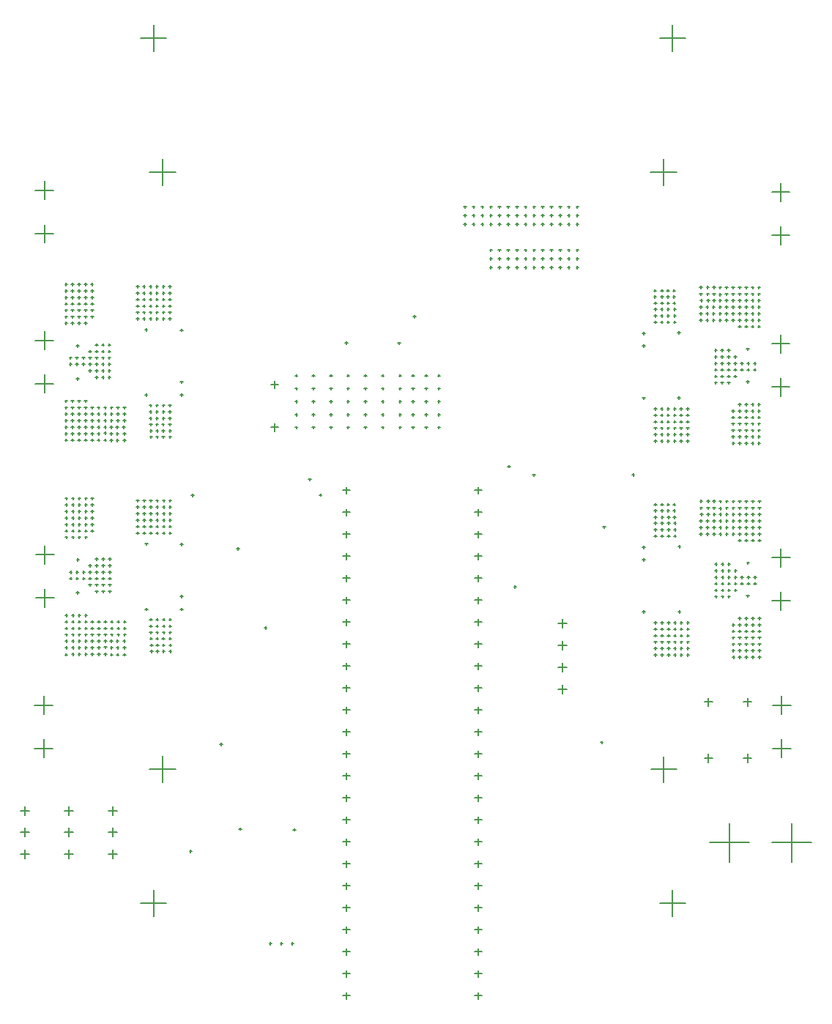
<source format=gbr>
G04*
G04 #@! TF.GenerationSoftware,Altium Limited,Altium Designer,25.4.2 (15)*
G04*
G04 Layer_Color=128*
%FSLAX44Y44*%
%MOMM*%
G71*
G04*
G04 #@! TF.SameCoordinates,CE8B7503-BC5D-454C-BBEA-07EE3AA0370F*
G04*
G04*
G04 #@! TF.FilePolarity,Positive*
G04*
G01*
G75*
%ADD12C,0.1270*%
D12*
X1481550Y832500D02*
X1491450D01*
X1486500Y827550D02*
Y837450D01*
X1481550Y767500D02*
X1491450D01*
X1486500Y762550D02*
Y772450D01*
X1436550Y832500D02*
X1446450D01*
X1441500Y827550D02*
Y837450D01*
X1436550Y767500D02*
X1446450D01*
X1441500Y762550D02*
Y772450D01*
X1171500Y493200D02*
X1179500D01*
X1175500Y489200D02*
Y497200D01*
X1171500Y518600D02*
X1179500D01*
X1175500Y514600D02*
Y522600D01*
X1019100Y848800D02*
X1027100D01*
X1023100Y844800D02*
Y852800D01*
X1171500Y544000D02*
X1179500D01*
X1175500Y540000D02*
Y548000D01*
X1171500Y569400D02*
X1179500D01*
X1175500Y565400D02*
Y573400D01*
X1171500Y594800D02*
X1179500D01*
X1175500Y590800D02*
Y598800D01*
X1171500Y620200D02*
X1179500D01*
X1175500Y616200D02*
Y624200D01*
X1171500Y645600D02*
X1179500D01*
X1175500Y641600D02*
Y649600D01*
X1171500Y671000D02*
X1179500D01*
X1175500Y667000D02*
Y675000D01*
X1171500Y696400D02*
X1179500D01*
X1175500Y692400D02*
Y700400D01*
X1171500Y721800D02*
X1179500D01*
X1175500Y717800D02*
Y725800D01*
X1171500Y747200D02*
X1179500D01*
X1175500Y743200D02*
Y751200D01*
X1171500Y772600D02*
X1179500D01*
X1175500Y768600D02*
Y776600D01*
X1171500Y798000D02*
X1179500D01*
X1175500Y794000D02*
Y802000D01*
X1171500Y823400D02*
X1179500D01*
X1175500Y819400D02*
Y827400D01*
X1019100Y823400D02*
X1027100D01*
X1023100Y819400D02*
Y827400D01*
X1019100Y798000D02*
X1027100D01*
X1023100Y794000D02*
Y802000D01*
X1019100Y772600D02*
X1027100D01*
X1023100Y768600D02*
Y776600D01*
X1019100Y747200D02*
X1027100D01*
X1023100Y743200D02*
Y751200D01*
X1019100Y721800D02*
X1027100D01*
X1023100Y717800D02*
Y725800D01*
X1019100Y696400D02*
X1027100D01*
X1023100Y692400D02*
Y700400D01*
X1019100Y671000D02*
X1027100D01*
X1023100Y667000D02*
Y675000D01*
X1019100Y645600D02*
X1027100D01*
X1023100Y641600D02*
Y649600D01*
X1019100Y620200D02*
X1027100D01*
X1023100Y616200D02*
Y624200D01*
X1019100Y594800D02*
X1027100D01*
X1023100Y590800D02*
Y598800D01*
X1019100Y569400D02*
X1027100D01*
X1023100Y565400D02*
Y573400D01*
X1019100Y544000D02*
X1027100D01*
X1023100Y540000D02*
Y548000D01*
X1019100Y518600D02*
X1027100D01*
X1023100Y514600D02*
Y522600D01*
X1019100Y493200D02*
X1027100D01*
X1023100Y489200D02*
Y497200D01*
X1171500Y874200D02*
X1179500D01*
X1175500Y870200D02*
Y878200D01*
X1171500Y899600D02*
X1179500D01*
X1175500Y895600D02*
Y903600D01*
X1171500Y925000D02*
X1179500D01*
X1175500Y921000D02*
Y929000D01*
X1171500Y950400D02*
X1179500D01*
X1175500Y946400D02*
Y954400D01*
X1171500Y975800D02*
X1179500D01*
X1175500Y971800D02*
Y979800D01*
X1171500Y1001200D02*
X1179500D01*
X1175500Y997200D02*
Y1005200D01*
X1171500Y1026600D02*
X1179500D01*
X1175500Y1022600D02*
Y1030600D01*
X1171500Y1052000D02*
X1179500D01*
X1175500Y1048000D02*
Y1056000D01*
X1171500Y1077400D02*
X1179500D01*
X1175500Y1073400D02*
Y1081400D01*
X1019100Y1077400D02*
X1027100D01*
X1023100Y1073400D02*
Y1081400D01*
X1019100Y1052000D02*
X1027100D01*
X1023100Y1048000D02*
Y1056000D01*
X1019100Y1026600D02*
X1027100D01*
X1023100Y1022600D02*
Y1030600D01*
X1019100Y1001200D02*
X1027100D01*
X1023100Y997200D02*
Y1005200D01*
X1019100Y975800D02*
X1027100D01*
X1023100Y971800D02*
Y979800D01*
X1019100Y950400D02*
X1027100D01*
X1023100Y946400D02*
Y954400D01*
X1019100Y925000D02*
X1027100D01*
X1023100Y921000D02*
Y929000D01*
X1019100Y899600D02*
X1027100D01*
X1023100Y895600D02*
Y903600D01*
X1019100Y874200D02*
X1027100D01*
X1023100Y870200D02*
Y878200D01*
X1171500Y848800D02*
X1179500D01*
X1175500Y844800D02*
Y852800D01*
X935750Y1199130D02*
X944250D01*
X940000Y1194880D02*
Y1203380D01*
X935750Y1150000D02*
X944250D01*
X940000Y1145750D02*
Y1154250D01*
X663500Y1374000D02*
X684500D01*
X674000Y1363500D02*
Y1384500D01*
X663500Y1424000D02*
X684500D01*
X674000Y1413500D02*
Y1434500D01*
X646000Y707000D02*
X656000D01*
X651000Y702000D02*
Y712000D01*
X646000Y657000D02*
X656000D01*
X651000Y652000D02*
Y662000D01*
X646000Y682000D02*
X656000D01*
X651000Y677000D02*
Y687000D01*
X1515500Y829000D02*
X1536500D01*
X1526000Y818500D02*
Y839500D01*
X1515500Y779000D02*
X1536500D01*
X1526000Y768500D02*
Y789500D01*
X1514500Y1372000D02*
X1535500D01*
X1525000Y1361500D02*
Y1382500D01*
X1514500Y1422000D02*
X1535500D01*
X1525000Y1411500D02*
Y1432500D01*
X663500Y1250500D02*
X684500D01*
X674000Y1240000D02*
Y1261000D01*
X663500Y1200500D02*
X684500D01*
X674000Y1190000D02*
Y1211000D01*
X1514500Y1246750D02*
X1535500D01*
X1525000Y1236250D02*
Y1257250D01*
X1514500Y1196750D02*
X1535500D01*
X1525000Y1186250D02*
Y1207250D01*
X663750Y1003000D02*
X684750D01*
X674250Y992500D02*
Y1013500D01*
X663750Y953000D02*
X684750D01*
X674250Y942500D02*
Y963500D01*
X1514750Y999500D02*
X1535750D01*
X1525250Y989000D02*
Y1010000D01*
X1514750Y949500D02*
X1535750D01*
X1525250Y939000D02*
Y960000D01*
X662500Y829000D02*
X683500D01*
X673000Y818500D02*
Y839500D01*
X662500Y779000D02*
X683500D01*
X673000Y768500D02*
Y789500D01*
X697000Y707000D02*
X707000D01*
X702000Y702000D02*
Y712000D01*
X697000Y657000D02*
X707000D01*
X702000Y652000D02*
Y662000D01*
X697000Y682000D02*
X707000D01*
X702000Y677000D02*
Y687000D01*
X748000Y707000D02*
X758000D01*
X753000Y702000D02*
Y712000D01*
X748000Y657000D02*
X758000D01*
X753000Y652000D02*
Y662000D01*
X748000Y682000D02*
X758000D01*
X753000Y677000D02*
Y687000D01*
X1267900Y923400D02*
X1278100D01*
X1273000Y918300D02*
Y928500D01*
X1267900Y847200D02*
X1278100D01*
X1273000Y842100D02*
Y852300D01*
X1267900Y872600D02*
X1278100D01*
X1273000Y867500D02*
Y877700D01*
X1267900Y898000D02*
X1278100D01*
X1273000Y892900D02*
Y903100D01*
X1443250Y670000D02*
X1488750D01*
X1466000Y647250D02*
Y692750D01*
X1515250Y670000D02*
X1560750D01*
X1538000Y647250D02*
Y692750D01*
X1316500Y786000D02*
X1319500D01*
X1318000Y784500D02*
Y787500D01*
X841500Y660000D02*
X844500D01*
X843000Y658500D02*
Y661500D01*
X876500Y784000D02*
X879500D01*
X878000Y782500D02*
Y785500D01*
X1288500Y1355000D02*
X1291500D01*
X1290000Y1353500D02*
Y1356500D01*
X1216500Y966000D02*
X1219500D01*
X1218000Y964500D02*
Y967500D01*
X1319500Y1035000D02*
X1322500D01*
X1321000Y1033500D02*
Y1036500D01*
X1209500Y1105000D02*
X1212500D01*
X1211000Y1103500D02*
Y1106500D01*
X963500Y1150000D02*
X966500D01*
X965000Y1148500D02*
Y1151500D01*
X983500Y1150000D02*
X986500D01*
X985000Y1148500D02*
Y1151500D01*
X961500Y685000D02*
X964500D01*
X963000Y683500D02*
Y686500D01*
X898500Y686000D02*
X901500D01*
X900000Y684500D02*
Y687500D01*
X817750Y906000D02*
X820750D01*
X819250Y904500D02*
Y907500D01*
X817750Y928000D02*
X820750D01*
X819250Y926500D02*
Y929500D01*
X817750Y913000D02*
X820750D01*
X819250Y911500D02*
Y914500D01*
X817750Y920500D02*
X820750D01*
X819250Y919000D02*
Y922000D01*
X810250Y928000D02*
X813250D01*
X811750Y926500D02*
Y929500D01*
X809750Y906000D02*
X812750D01*
X811250Y904500D02*
Y907500D01*
X802750Y906000D02*
X805750D01*
X804250Y904500D02*
Y907500D01*
X802750Y913000D02*
X805750D01*
X804250Y911500D02*
Y914500D01*
X795750Y906000D02*
X798750D01*
X797250Y904500D02*
Y907500D01*
X757000Y887500D02*
X760000D01*
X758500Y886000D02*
Y889000D01*
X765000Y887500D02*
X768000D01*
X766500Y886000D02*
Y889000D01*
X750000Y887500D02*
X753000D01*
X751500Y886000D02*
Y889000D01*
X742750Y888000D02*
X745750D01*
X744250Y886500D02*
Y889500D01*
X749750Y903000D02*
X752750D01*
X751250Y901500D02*
Y904500D01*
X742750Y910500D02*
X745750D01*
X744250Y909000D02*
Y912000D01*
X742750Y896000D02*
X745750D01*
X744250Y894500D02*
Y897500D01*
X742750Y903000D02*
X745750D01*
X744250Y901500D02*
Y904500D01*
X750000Y895500D02*
X753000D01*
X751500Y894000D02*
Y897000D01*
X727750Y903000D02*
X730750D01*
X729250Y901500D02*
Y904500D01*
X727750Y895500D02*
X730750D01*
X729250Y894000D02*
Y897000D01*
X727750Y888000D02*
X730750D01*
X729250Y886500D02*
Y889500D01*
X720250Y903000D02*
X723250D01*
X721750Y901500D02*
Y904500D01*
X720250Y888000D02*
X723250D01*
X721750Y886500D02*
Y889500D01*
X735250Y903000D02*
X738250D01*
X736750Y901500D02*
Y904500D01*
X735250Y888000D02*
X738250D01*
X736750Y886500D02*
Y889500D01*
X720250Y895500D02*
X723250D01*
X721750Y894000D02*
Y897000D01*
X735250Y895500D02*
X738250D01*
X736750Y894000D02*
Y897000D01*
X750250Y918000D02*
X753250D01*
X751750Y916500D02*
Y919500D01*
X765250Y925500D02*
X768250D01*
X766750Y924000D02*
Y927000D01*
X757000Y895500D02*
X760000D01*
X758500Y894000D02*
Y897000D01*
X756750Y903000D02*
X759750D01*
X758250Y901500D02*
Y904500D01*
X750250Y910500D02*
X753250D01*
X751750Y909000D02*
Y912000D01*
X750250Y925500D02*
X753250D01*
X751750Y924000D02*
Y927000D01*
X764500Y903000D02*
X767500D01*
X766000Y901500D02*
Y904500D01*
X757750Y918000D02*
X760750D01*
X759250Y916500D02*
Y919500D01*
X765000Y895500D02*
X768000D01*
X766500Y894000D02*
Y897000D01*
X757750Y925500D02*
X760750D01*
X759250Y924000D02*
Y927000D01*
X765250Y910500D02*
X768250D01*
X766750Y909000D02*
Y912000D01*
X765250Y918000D02*
X768250D01*
X766750Y916500D02*
Y919500D01*
X757750Y910500D02*
X760750D01*
X759250Y909000D02*
Y912000D01*
X712750Y903000D02*
X715750D01*
X714250Y901500D02*
Y904500D01*
X705250Y903000D02*
X708250D01*
X706750Y901500D02*
Y904500D01*
X705250Y895500D02*
X708250D01*
X706750Y894000D02*
Y897000D01*
X712750Y895500D02*
X715750D01*
X714250Y894000D02*
Y897000D01*
X705250Y888000D02*
X708250D01*
X706750Y886500D02*
Y889500D01*
X712750Y925500D02*
X715750D01*
X714250Y924000D02*
Y927000D01*
X712750Y933000D02*
X715750D01*
X714250Y931500D02*
Y934500D01*
X705250Y925500D02*
X708250D01*
X706750Y924000D02*
Y927000D01*
X705250Y918000D02*
X708250D01*
X706750Y916500D02*
Y919500D01*
X712750Y918000D02*
X715750D01*
X714250Y916500D02*
Y919500D01*
X705250Y910500D02*
X708250D01*
X706750Y909000D02*
Y912000D01*
X712750Y888000D02*
X715750D01*
X714250Y886500D02*
Y889500D01*
X712750Y910500D02*
X715750D01*
X714250Y909000D02*
Y912000D01*
X705250Y933000D02*
X708250D01*
X706750Y931500D02*
Y934500D01*
X818000Y891500D02*
X821000D01*
X819500Y890000D02*
Y893000D01*
X810000Y898500D02*
X813000D01*
X811500Y897000D02*
Y900000D01*
X796000Y898500D02*
X799000D01*
X797500Y897000D02*
Y900000D01*
X796000Y891500D02*
X799000D01*
X797500Y890000D02*
Y893000D01*
X810000Y891500D02*
X813000D01*
X811500Y890000D02*
Y893000D01*
X803000Y891500D02*
X806000D01*
X804500Y890000D02*
Y893000D01*
X818000Y898500D02*
X821000D01*
X819500Y897000D02*
Y900000D01*
X803000Y898500D02*
X806000D01*
X804500Y897000D02*
Y900000D01*
X697750Y1023000D02*
X700750D01*
X699250Y1021500D02*
Y1024500D01*
X697750Y1030500D02*
X700750D01*
X699250Y1029000D02*
Y1032000D01*
X802750Y920500D02*
X805750D01*
X804250Y919000D02*
Y922000D01*
X790250Y940000D02*
X793250D01*
X791750Y938500D02*
Y941500D01*
X705250Y1045500D02*
X708250D01*
X706750Y1044000D02*
Y1047000D01*
X705250Y1023000D02*
X708250D01*
X706750Y1021500D02*
Y1024500D01*
X705250Y1038000D02*
X708250D01*
X706750Y1036500D02*
Y1039500D01*
X705250Y1060500D02*
X708250D01*
X706750Y1059000D02*
Y1062000D01*
X705250Y1068000D02*
X708250D01*
X706750Y1066500D02*
Y1069500D01*
X712750Y1060500D02*
X715750D01*
X714250Y1059000D02*
Y1062000D01*
X712750Y1068000D02*
X715750D01*
X714250Y1066500D02*
Y1069500D01*
X712750Y1030500D02*
X715750D01*
X714250Y1029000D02*
Y1032000D01*
X712750Y1023000D02*
X715750D01*
X714250Y1021500D02*
Y1024500D01*
X712750Y1038000D02*
X715750D01*
X714250Y1036500D02*
Y1039500D01*
X712750Y1045500D02*
X715750D01*
X714250Y1044000D02*
Y1047000D01*
X712750Y1053000D02*
X715750D01*
X714250Y1051500D02*
Y1054500D01*
X705250Y1053000D02*
X708250D01*
X706750Y1051500D02*
Y1054500D01*
X705250Y1030500D02*
X708250D01*
X706750Y1029000D02*
Y1032000D01*
X727500Y1068000D02*
X730500D01*
X729000Y1066500D02*
Y1069500D01*
X720250Y1053000D02*
X723250D01*
X721750Y1051500D02*
Y1054500D01*
X720250Y1068000D02*
X723250D01*
X721750Y1066500D02*
Y1069500D01*
X720250Y1038000D02*
X723250D01*
X721750Y1036500D02*
Y1039500D01*
X720250Y1060500D02*
X723250D01*
X721750Y1059000D02*
Y1062000D01*
X720250Y1045500D02*
X723250D01*
X721750Y1044000D02*
Y1047000D01*
X717750Y975500D02*
X720750D01*
X719250Y974000D02*
Y977000D01*
X710250Y975500D02*
X713250D01*
X711750Y974000D02*
Y977000D01*
X717750Y983000D02*
X720750D01*
X719250Y981500D02*
Y984500D01*
X710996Y997049D02*
X713996D01*
X712496Y995549D02*
Y998549D01*
X720250Y1030500D02*
X723250D01*
X721750Y1029000D02*
Y1032000D01*
X720250Y1023000D02*
X723250D01*
X721750Y1021500D02*
Y1024500D01*
X710250Y983000D02*
X713250D01*
X711750Y981500D02*
Y984500D01*
X710750Y959000D02*
X713750D01*
X712250Y957500D02*
Y960500D01*
X740250Y983000D02*
X743250D01*
X741750Y981500D02*
Y984500D01*
X725250Y990500D02*
X728250D01*
X726750Y989000D02*
Y992000D01*
X725250Y983000D02*
X728250D01*
X726750Y981500D02*
Y984500D01*
X747750Y983000D02*
X750750D01*
X749250Y981500D02*
Y984500D01*
X747750Y990500D02*
X750750D01*
X749250Y989000D02*
Y992000D01*
X740250Y990500D02*
X743250D01*
X741750Y989000D02*
Y992000D01*
X732750Y990500D02*
X735750D01*
X734250Y989000D02*
Y992000D01*
X732750Y998000D02*
X735750D01*
X734250Y996500D02*
Y999500D01*
X740250Y998000D02*
X743250D01*
X741750Y996500D02*
Y999500D01*
X747750Y998000D02*
X750750D01*
X749250Y996500D02*
Y999500D01*
X732750Y983000D02*
X735750D01*
X734250Y981500D02*
Y984500D01*
X725250Y975500D02*
X728250D01*
X726750Y974000D02*
Y977000D01*
X732750Y975500D02*
X735750D01*
X734250Y974000D02*
Y977000D01*
X732750Y968000D02*
X735750D01*
X734250Y966500D02*
Y969500D01*
X740250Y968000D02*
X743250D01*
X741750Y966500D02*
Y969500D01*
X747750Y968000D02*
X750750D01*
X749250Y966500D02*
Y969500D01*
X747750Y975500D02*
X750750D01*
X749250Y974000D02*
Y977000D01*
X740250Y975500D02*
X743250D01*
X741750Y974000D02*
Y977000D01*
X735250Y918000D02*
X738250D01*
X736750Y916500D02*
Y919500D01*
X735250Y925500D02*
X738250D01*
X736750Y924000D02*
Y927000D01*
X742750Y925500D02*
X745750D01*
X744250Y924000D02*
Y927000D01*
X727750Y910500D02*
X730750D01*
X729250Y909000D02*
Y912000D01*
X742750Y918000D02*
X745750D01*
X744250Y916500D02*
Y919500D01*
X720250Y933000D02*
X723250D01*
X721750Y931500D02*
Y934500D01*
X720250Y910500D02*
X723250D01*
X721750Y909000D02*
Y912000D01*
X720250Y925500D02*
X723250D01*
X721750Y924000D02*
Y927000D01*
X727750Y918000D02*
X730750D01*
X729250Y916500D02*
Y919500D01*
X735250Y910500D02*
X738250D01*
X736750Y909000D02*
Y912000D01*
X720250Y918000D02*
X723250D01*
X721750Y916500D02*
Y919500D01*
X727750Y925500D02*
X730750D01*
X729250Y924000D02*
Y927000D01*
X795250Y920500D02*
X798250D01*
X796750Y919000D02*
Y922000D01*
X795250Y913000D02*
X798250D01*
X796750Y911500D02*
Y914500D01*
X810250Y913000D02*
X813250D01*
X811750Y911500D02*
Y914500D01*
X810250Y920500D02*
X813250D01*
X811750Y919000D02*
Y922000D01*
X1416250Y902000D02*
X1419250D01*
X1417750Y900500D02*
Y903500D01*
X1416250Y909500D02*
X1419250D01*
X1417750Y908000D02*
Y911000D01*
X1408750Y917000D02*
X1411750D01*
X1410250Y915500D02*
Y918500D01*
X1416250Y917000D02*
X1419250D01*
X1417750Y915500D02*
Y918500D01*
X1401250Y909500D02*
X1404250D01*
X1402750Y908000D02*
Y911000D01*
X1401250Y917000D02*
X1404250D01*
X1402750Y915500D02*
Y918500D01*
X1401250Y902000D02*
X1404250D01*
X1402750Y900500D02*
Y903500D01*
X1401250Y887000D02*
X1404250D01*
X1402750Y885500D02*
Y888500D01*
X1408750Y894500D02*
X1411750D01*
X1410250Y893000D02*
Y896000D01*
X1401250Y894500D02*
X1404250D01*
X1402750Y893000D02*
Y896000D01*
X1416250Y894500D02*
X1419250D01*
X1417750Y893000D02*
Y896000D01*
X1416250Y887000D02*
X1419250D01*
X1417750Y885500D02*
Y888500D01*
X1408750Y887000D02*
X1411750D01*
X1410250Y885500D02*
Y888500D01*
X1386250Y894500D02*
X1389250D01*
X1387750Y893000D02*
Y896000D01*
X1393750Y902000D02*
X1396750D01*
X1395250Y900500D02*
Y903500D01*
X1393750Y894500D02*
X1396750D01*
X1395250Y893000D02*
Y896000D01*
X1393750Y887000D02*
X1396750D01*
X1395250Y885500D02*
Y888500D01*
X1386250Y887000D02*
X1389250D01*
X1387750Y885500D02*
Y888500D01*
X787750Y1058000D02*
X790750D01*
X789250Y1056500D02*
Y1059500D01*
X802750Y1058000D02*
X805750D01*
X804250Y1056500D02*
Y1059500D01*
X802750Y1065500D02*
X805750D01*
X804250Y1064000D02*
Y1067000D01*
X795250Y1065500D02*
X798250D01*
X796750Y1064000D02*
Y1067000D01*
X810250Y1058000D02*
X813250D01*
X811750Y1056500D02*
Y1059500D01*
X810250Y1065500D02*
X813250D01*
X811750Y1064000D02*
Y1067000D01*
X795250Y1058000D02*
X798250D01*
X796750Y1056500D02*
Y1059500D01*
X780250Y1065500D02*
X783250D01*
X781750Y1064000D02*
Y1067000D01*
X787750Y1065500D02*
X790750D01*
X789250Y1064000D02*
Y1067000D01*
X817750Y1065500D02*
X820750D01*
X819250Y1064000D02*
Y1067000D01*
X817750Y1043000D02*
X820750D01*
X819250Y1041500D02*
Y1044500D01*
X810250Y1050500D02*
X813250D01*
X811750Y1049000D02*
Y1052000D01*
X802750Y1043000D02*
X805750D01*
X804250Y1041500D02*
Y1044500D01*
X802750Y1035500D02*
X805750D01*
X804250Y1034000D02*
Y1037000D01*
X810250Y1043000D02*
X813250D01*
X811750Y1041500D02*
Y1044500D01*
X817750Y1050500D02*
X820750D01*
X819250Y1049000D02*
Y1052000D01*
X802750Y1028000D02*
X805750D01*
X804250Y1026500D02*
Y1029500D01*
X817750Y1035500D02*
X820750D01*
X819250Y1034000D02*
Y1037000D01*
X810250Y1035500D02*
X813250D01*
X811750Y1034000D02*
Y1037000D01*
X802750Y1050500D02*
X805750D01*
X804250Y1049000D02*
Y1052000D01*
X740250Y960500D02*
X743250D01*
X741750Y959000D02*
Y962000D01*
X732750Y960500D02*
X735750D01*
X734250Y959000D02*
Y962000D01*
X747750Y960500D02*
X750750D01*
X749250Y959000D02*
Y962000D01*
X725250Y968000D02*
X728250D01*
X726750Y966500D02*
Y969500D01*
X780250Y1050500D02*
X783250D01*
X781750Y1049000D02*
Y1052000D01*
X795250Y1050500D02*
X798250D01*
X796750Y1049000D02*
Y1052000D01*
X780250Y1043000D02*
X783250D01*
X781750Y1041500D02*
Y1044500D01*
X790250Y1015500D02*
X793250D01*
X791750Y1014000D02*
Y1017000D01*
X795250Y1035500D02*
X798250D01*
X796750Y1034000D02*
Y1037000D01*
X795250Y1043000D02*
X798250D01*
X796750Y1041500D02*
Y1044500D01*
X795250Y1028000D02*
X798250D01*
X796750Y1026500D02*
Y1029500D01*
X787750Y1043000D02*
X790750D01*
X789250Y1041500D02*
Y1044500D01*
X787750Y1035500D02*
X790750D01*
X789250Y1034000D02*
Y1037000D01*
X787750Y1028000D02*
X790750D01*
X789250Y1026500D02*
Y1029500D01*
X780250Y1028000D02*
X783250D01*
X781750Y1026500D02*
Y1029500D01*
X780250Y1035500D02*
X783250D01*
X781750Y1034000D02*
Y1037000D01*
X787750Y1050500D02*
X790750D01*
X789250Y1049000D02*
Y1052000D01*
X727750Y1053000D02*
X730750D01*
X729250Y1051500D02*
Y1054500D01*
X727750Y1030500D02*
X730750D01*
X729250Y1029000D02*
Y1032000D01*
X727750Y1038000D02*
X730750D01*
X729250Y1036500D02*
Y1039500D01*
X817750Y1058000D02*
X820750D01*
X819250Y1056500D02*
Y1059500D01*
X780250Y1058000D02*
X783250D01*
X781750Y1056500D02*
Y1059500D01*
X727750Y1060500D02*
X730750D01*
X729250Y1059000D02*
Y1062000D01*
X727750Y1045500D02*
X730750D01*
X729250Y1044000D02*
Y1047000D01*
X802750Y928000D02*
X805750D01*
X804250Y926500D02*
Y929500D01*
X795250Y928000D02*
X798250D01*
X796750Y926500D02*
Y929500D01*
X1378750Y1039500D02*
X1381750D01*
X1380250Y1038000D02*
Y1041000D01*
X1378750Y1032000D02*
X1381750D01*
X1380250Y1030500D02*
Y1033500D01*
X1386250Y1024500D02*
X1389250D01*
X1387750Y1023000D02*
Y1026000D01*
X1386250Y1032000D02*
X1389250D01*
X1387750Y1030500D02*
Y1033500D01*
X1386250Y1039500D02*
X1389250D01*
X1387750Y1038000D02*
Y1041000D01*
X1401250Y1032000D02*
X1404250D01*
X1402750Y1030500D02*
Y1033500D01*
X1401250Y1024500D02*
X1404250D01*
X1402750Y1023000D02*
Y1026000D01*
X1393750Y1024500D02*
X1396750D01*
X1395250Y1023000D02*
Y1026000D01*
X1393750Y1032000D02*
X1396750D01*
X1395250Y1030500D02*
Y1033500D01*
X1393750Y1039500D02*
X1396750D01*
X1395250Y1038000D02*
Y1041000D01*
X1401250Y1039500D02*
X1404250D01*
X1402750Y1038000D02*
Y1041000D01*
X1378750Y1024500D02*
X1381750D01*
X1380250Y1023000D02*
Y1026000D01*
X1448750Y984500D02*
X1451750D01*
X1450250Y983000D02*
Y986000D01*
X1448750Y977000D02*
X1451750D01*
X1450250Y975500D02*
Y978500D01*
X1448750Y969500D02*
X1451750D01*
X1450250Y968000D02*
Y971000D01*
X1448750Y992000D02*
X1451750D01*
X1450250Y990500D02*
Y993500D01*
X1448750Y954500D02*
X1451750D01*
X1450250Y953000D02*
Y956000D01*
X1456250Y969500D02*
X1459250D01*
X1457750Y968000D02*
Y971000D01*
X1456250Y962000D02*
X1459250D01*
X1457750Y960500D02*
Y963500D01*
X1456250Y977000D02*
X1459250D01*
X1457750Y975500D02*
Y978500D01*
X1456250Y992000D02*
X1459250D01*
X1457750Y990500D02*
Y993500D01*
X1456250Y954500D02*
X1459250D01*
X1457750Y953000D02*
Y956000D01*
X1448750Y962000D02*
X1451750D01*
X1450250Y960500D02*
Y963500D01*
X1456250Y984500D02*
X1459250D01*
X1457750Y983000D02*
Y986000D01*
X1471250Y969500D02*
X1474250D01*
X1472750Y968000D02*
Y971000D01*
X1471250Y984500D02*
X1474250D01*
X1472750Y983000D02*
Y986000D01*
X1463750Y969500D02*
X1466750D01*
X1465250Y968000D02*
Y971000D01*
X1485750Y993500D02*
X1488750D01*
X1487250Y992000D02*
Y995000D01*
X1493750Y969500D02*
X1496750D01*
X1495250Y968000D02*
Y971000D01*
X1486250Y969500D02*
X1489250D01*
X1487750Y968000D02*
Y971000D01*
X1478750Y969500D02*
X1481750D01*
X1480250Y968000D02*
Y971000D01*
X1478750Y977000D02*
X1481750D01*
X1480250Y975500D02*
Y978500D01*
X1471250Y977000D02*
X1474250D01*
X1472750Y975500D02*
Y978500D01*
X1486250Y977000D02*
X1489250D01*
X1487750Y975500D02*
Y978500D01*
X1493750Y977000D02*
X1496750D01*
X1495250Y975500D02*
Y978500D01*
X1463750Y977000D02*
X1466750D01*
X1465250Y975500D02*
Y978500D01*
X1468750Y1027000D02*
X1471750D01*
X1470250Y1025500D02*
Y1028500D01*
X1461250Y1034500D02*
X1464250D01*
X1462750Y1033000D02*
Y1036000D01*
X1468750Y1034500D02*
X1471750D01*
X1470250Y1033000D02*
Y1036000D01*
X1461250Y1027000D02*
X1464250D01*
X1462750Y1025500D02*
Y1028500D01*
X1463750Y984500D02*
X1466750D01*
X1465250Y983000D02*
Y986000D01*
X1463750Y992000D02*
X1466750D01*
X1465250Y990500D02*
Y993500D01*
X1400500Y1061000D02*
X1403500D01*
X1402000Y1059500D02*
Y1062500D01*
X1400500Y1054000D02*
X1403500D01*
X1402000Y1052500D02*
Y1055500D01*
X1400750Y1046500D02*
X1403750D01*
X1402250Y1045000D02*
Y1048000D01*
X1393500Y1054000D02*
X1396500D01*
X1395000Y1052500D02*
Y1055500D01*
X1393750Y1046500D02*
X1396750D01*
X1395250Y1045000D02*
Y1048000D01*
X1393500Y1061000D02*
X1396500D01*
X1395000Y1059500D02*
Y1062500D01*
X1386750Y1046500D02*
X1389750D01*
X1388250Y1045000D02*
Y1048000D01*
X1386500Y1061000D02*
X1389500D01*
X1388000Y1059500D02*
Y1062500D01*
X1431500Y1065000D02*
X1434500D01*
X1433000Y1063500D02*
Y1066500D01*
X1432000Y1049500D02*
X1435000D01*
X1433500Y1048000D02*
Y1051000D01*
X1431500Y1057000D02*
X1434500D01*
X1433000Y1055500D02*
Y1058500D01*
X1378750Y1046500D02*
X1381750D01*
X1380250Y1045000D02*
Y1048000D01*
X1378500Y1054000D02*
X1381500D01*
X1380000Y1052500D02*
Y1055500D01*
X1386500Y1054000D02*
X1389500D01*
X1388000Y1052500D02*
Y1055500D01*
X1378500Y1061000D02*
X1381500D01*
X1380000Y1059500D02*
Y1062500D01*
X1393750Y909500D02*
X1396750D01*
X1395250Y908000D02*
Y911000D01*
X1393750Y917000D02*
X1396750D01*
X1395250Y915500D02*
Y918500D01*
X1386250Y902000D02*
X1389250D01*
X1387750Y900500D02*
Y903500D01*
X1386250Y909500D02*
X1389250D01*
X1387750Y908000D02*
Y911000D01*
X1386250Y917000D02*
X1389250D01*
X1387750Y915500D02*
Y918500D01*
X1408750Y902000D02*
X1411750D01*
X1410250Y900500D02*
Y903500D01*
X1408750Y909500D02*
X1411750D01*
X1410250Y908000D02*
Y911000D01*
X1483750Y1049500D02*
X1486750D01*
X1485250Y1048000D02*
Y1051000D01*
X1483750Y1057000D02*
X1486750D01*
X1485250Y1055500D02*
Y1058500D01*
X1483750Y1064500D02*
X1486750D01*
X1485250Y1063000D02*
Y1066000D01*
X1446250Y1034500D02*
X1449250D01*
X1447750Y1033000D02*
Y1036000D01*
X1446250Y1042000D02*
X1449250D01*
X1447750Y1040500D02*
Y1043500D01*
X1446250Y1027000D02*
X1449250D01*
X1447750Y1025500D02*
Y1028500D01*
X1386250Y924500D02*
X1389250D01*
X1387750Y923000D02*
Y926000D01*
X1453750Y1064500D02*
X1456750D01*
X1455250Y1063000D02*
Y1066000D01*
X1439500Y1065000D02*
X1442500D01*
X1441000Y1063500D02*
Y1066500D01*
X1446500Y1057000D02*
X1449500D01*
X1448000Y1055500D02*
Y1058500D01*
X1453750Y1056500D02*
X1456750D01*
X1455250Y1055000D02*
Y1058000D01*
X1446750Y1049500D02*
X1449750D01*
X1448250Y1048000D02*
Y1051000D01*
X1439500Y1057000D02*
X1442500D01*
X1441000Y1055500D02*
Y1058500D01*
X1439750Y1049500D02*
X1442750D01*
X1441250Y1048000D02*
Y1051000D01*
X1446500Y1065000D02*
X1449500D01*
X1448000Y1063500D02*
Y1066500D01*
X1453750Y1049500D02*
X1456750D01*
X1455250Y1048000D02*
Y1051000D01*
X1476250Y1027000D02*
X1479250D01*
X1477750Y1025500D02*
Y1028500D01*
X1491250Y1027000D02*
X1494250D01*
X1492750Y1025500D02*
Y1028500D01*
X1483750Y1019500D02*
X1486750D01*
X1485250Y1018000D02*
Y1021000D01*
X1491250Y1019500D02*
X1494250D01*
X1492750Y1018000D02*
Y1021000D01*
X1483750Y1027000D02*
X1486750D01*
X1485250Y1025500D02*
Y1028500D01*
X1498750Y1027000D02*
X1501750D01*
X1500250Y1025500D02*
Y1028500D01*
X1476250Y1019500D02*
X1479250D01*
X1477750Y1018000D02*
Y1021000D01*
X1498750Y1019500D02*
X1501750D01*
X1500250Y1018000D02*
Y1021000D01*
X1468750Y1049500D02*
X1471750D01*
X1470250Y1048000D02*
Y1051000D01*
X1461250Y1064500D02*
X1464250D01*
X1462750Y1063000D02*
Y1066000D01*
X1468750Y1064500D02*
X1471750D01*
X1470250Y1063000D02*
Y1066000D01*
X1461250Y1049500D02*
X1464250D01*
X1462750Y1048000D02*
Y1051000D01*
X1468750Y1057000D02*
X1471750D01*
X1470250Y1055500D02*
Y1058500D01*
X1461250Y1057000D02*
X1464250D01*
X1462750Y1055500D02*
Y1058500D01*
X1491250Y929500D02*
X1494250D01*
X1492750Y928000D02*
Y931000D01*
X1498750Y929500D02*
X1501750D01*
X1500250Y928000D02*
Y931000D01*
X1476250Y929500D02*
X1479250D01*
X1477750Y928000D02*
Y931000D01*
X1463750Y962000D02*
X1466750D01*
X1465250Y960500D02*
Y963500D01*
X1463750Y954500D02*
X1466750D01*
X1465250Y953000D02*
Y956000D01*
X1483750Y929500D02*
X1486750D01*
X1485250Y928000D02*
Y931000D01*
X1471250Y962000D02*
X1474250D01*
X1472750Y960500D02*
Y963500D01*
X1485504Y955451D02*
X1488504D01*
X1487004Y953951D02*
Y956951D01*
X1491250Y1042000D02*
X1494250D01*
X1492750Y1040500D02*
Y1043500D01*
X1498750Y1064500D02*
X1501750D01*
X1500250Y1063000D02*
Y1066000D01*
X1498750Y1057000D02*
X1501750D01*
X1500250Y1055500D02*
Y1058500D01*
X1491250Y1049500D02*
X1494250D01*
X1492750Y1048000D02*
Y1051000D01*
X1491250Y1064500D02*
X1494250D01*
X1492750Y1063000D02*
Y1066000D01*
X1491250Y1057000D02*
X1494250D01*
X1492750Y1055500D02*
Y1058500D01*
X1498750Y1049500D02*
X1501750D01*
X1500250Y1048000D02*
Y1051000D01*
X1498750Y1042000D02*
X1501750D01*
X1500250Y1040500D02*
Y1043500D01*
X1491250Y1034500D02*
X1494250D01*
X1492750Y1033000D02*
Y1036000D01*
X1498750Y1034500D02*
X1501750D01*
X1500250Y1033000D02*
Y1036000D01*
X1483750Y1034500D02*
X1486750D01*
X1485250Y1033000D02*
Y1036000D01*
X1476250Y1034500D02*
X1479250D01*
X1477750Y1033000D02*
Y1036000D01*
X1438750Y1042000D02*
X1441750D01*
X1440250Y1040500D02*
Y1043500D01*
X1438750Y1034500D02*
X1441750D01*
X1440250Y1033000D02*
Y1036000D01*
X1438750Y1027000D02*
X1441750D01*
X1440250Y1025500D02*
Y1028500D01*
X1431250Y1034500D02*
X1434250D01*
X1432750Y1033000D02*
Y1036000D01*
X1431250Y1027000D02*
X1434250D01*
X1432750Y1025500D02*
Y1028500D01*
X1431250Y1042000D02*
X1434250D01*
X1432750Y1040500D02*
Y1043500D01*
X1461250Y1042000D02*
X1464250D01*
X1462750Y1040500D02*
Y1043500D01*
X1476250Y1042000D02*
X1479250D01*
X1477750Y1040500D02*
Y1043500D01*
X1468750Y1042000D02*
X1471750D01*
X1470250Y1040500D02*
Y1043500D01*
X1483750Y1042000D02*
X1486750D01*
X1485250Y1040500D02*
Y1043500D01*
X1406250Y1012500D02*
X1409250D01*
X1407750Y1011000D02*
Y1014000D01*
X1416000Y1149250D02*
X1419000D01*
X1417500Y1147750D02*
Y1150750D01*
X1408500Y1141750D02*
X1411500D01*
X1410000Y1140250D02*
Y1143250D01*
X1401000Y1171750D02*
X1404000D01*
X1402500Y1170250D02*
Y1173250D01*
X1401000Y1156750D02*
X1404000D01*
X1402500Y1155250D02*
Y1158250D01*
X1401000Y1164250D02*
X1404000D01*
X1402500Y1162750D02*
Y1165750D01*
X1393500Y1171750D02*
X1396500D01*
X1395000Y1170250D02*
Y1173250D01*
X1393500Y1156750D02*
X1396500D01*
X1395000Y1155250D02*
Y1158250D01*
X1393500Y1164250D02*
X1396500D01*
X1395000Y1162750D02*
Y1165750D01*
X1408500Y1149250D02*
X1411500D01*
X1410000Y1147750D02*
Y1150750D01*
X1408500Y1156750D02*
X1411500D01*
X1410000Y1155250D02*
Y1158250D01*
X1401000Y1134250D02*
X1404000D01*
X1402500Y1132750D02*
Y1135750D01*
X1401000Y1149250D02*
X1404000D01*
X1402500Y1147750D02*
Y1150750D01*
X1393500Y1149250D02*
X1396500D01*
X1395000Y1147750D02*
Y1150750D01*
X1401000Y1141750D02*
X1404000D01*
X1402500Y1140250D02*
Y1143250D01*
X1393500Y1141750D02*
X1396500D01*
X1395000Y1140250D02*
Y1143250D01*
X1393500Y1134250D02*
X1396500D01*
X1395000Y1132750D02*
Y1135750D01*
X1386000Y1171750D02*
X1389000D01*
X1387500Y1170250D02*
Y1173250D01*
X1378500Y1164250D02*
X1381500D01*
X1380000Y1162750D02*
Y1165750D01*
X1386000Y1149250D02*
X1389000D01*
X1387500Y1147750D02*
Y1150750D01*
X1386000Y1156750D02*
X1389000D01*
X1387500Y1155250D02*
Y1158250D01*
X1386000Y1141750D02*
X1389000D01*
X1387500Y1140250D02*
Y1143250D01*
X1386000Y1164250D02*
X1389000D01*
X1387500Y1162750D02*
Y1165750D01*
X1378500Y1156750D02*
X1381500D01*
X1380000Y1155250D02*
Y1158250D01*
X1378500Y1149250D02*
X1381500D01*
X1380000Y1147750D02*
Y1150750D01*
X1485254Y1202701D02*
X1488254D01*
X1486754Y1201201D02*
Y1204201D01*
X1406000Y1184250D02*
X1409000D01*
X1407500Y1182750D02*
Y1185750D01*
X1485500Y1240750D02*
X1488500D01*
X1487000Y1239250D02*
Y1242250D01*
X1406000Y1259750D02*
X1409000D01*
X1407500Y1258250D02*
Y1261250D01*
X1486000Y1224250D02*
X1489000D01*
X1487500Y1222750D02*
Y1225750D01*
X1493500Y1216750D02*
X1496500D01*
X1495000Y1215250D02*
Y1218250D01*
X1486000Y1216750D02*
X1489000D01*
X1487500Y1215250D02*
Y1218250D01*
X1478500Y1216750D02*
X1481500D01*
X1480000Y1215250D02*
Y1218250D01*
X1493500Y1224250D02*
X1496500D01*
X1495000Y1222750D02*
Y1225750D01*
X1478500Y1224250D02*
X1481500D01*
X1480000Y1222750D02*
Y1225750D01*
X1431000Y1274250D02*
X1434000D01*
X1432500Y1272750D02*
Y1275750D01*
X1491000Y1266750D02*
X1494000D01*
X1492500Y1265250D02*
Y1268250D01*
X1483500Y1274250D02*
X1486500D01*
X1485000Y1272750D02*
Y1275750D01*
X1483500Y1266750D02*
X1486500D01*
X1485000Y1265250D02*
Y1268250D01*
X1491000Y1176750D02*
X1494000D01*
X1492500Y1175250D02*
Y1178250D01*
X1483500Y1176750D02*
X1486500D01*
X1485000Y1175250D02*
Y1178250D01*
X1483500Y1169250D02*
X1486500D01*
X1485000Y1167750D02*
Y1170750D01*
X1378500Y1286750D02*
X1381500D01*
X1380000Y1285250D02*
Y1288250D01*
X1378500Y1279250D02*
X1381500D01*
X1380000Y1277750D02*
Y1280750D01*
X1446000Y1289250D02*
X1449000D01*
X1447500Y1287750D02*
Y1290750D01*
X1453500Y1289250D02*
X1456500D01*
X1455000Y1287750D02*
Y1290750D01*
X1453500Y1296750D02*
X1456500D01*
X1455000Y1295250D02*
Y1298250D01*
X1438500Y1281750D02*
X1441500D01*
X1440000Y1280250D02*
Y1283250D01*
X1453500Y1274250D02*
X1456500D01*
X1455000Y1272750D02*
Y1275750D01*
X1446000Y1274250D02*
X1449000D01*
X1447500Y1272750D02*
Y1275750D01*
X1453500Y1281750D02*
X1456500D01*
X1455000Y1280250D02*
Y1283250D01*
X1446000Y1281750D02*
X1449000D01*
X1447500Y1280250D02*
Y1283250D01*
X1438500Y1274250D02*
X1441500D01*
X1440000Y1272750D02*
Y1275750D01*
X1431000Y1281750D02*
X1434000D01*
X1432500Y1280250D02*
Y1283250D01*
X1431000Y1289250D02*
X1434000D01*
X1432500Y1287750D02*
Y1290750D01*
X1393500Y1279250D02*
X1396500D01*
X1395000Y1277750D02*
Y1280750D01*
X1386000Y1279250D02*
X1389000D01*
X1387500Y1277750D02*
Y1280750D01*
X1386000Y1286750D02*
X1389000D01*
X1387500Y1285250D02*
Y1288250D01*
X1401000Y1279250D02*
X1404000D01*
X1402500Y1277750D02*
Y1280750D01*
X1393500Y1286750D02*
X1396500D01*
X1395000Y1285250D02*
Y1288250D01*
X1401000Y1286750D02*
X1404000D01*
X1402500Y1285250D02*
Y1288250D01*
X1491000Y1274250D02*
X1494000D01*
X1492500Y1272750D02*
Y1275750D01*
X1498500Y1266750D02*
X1501500D01*
X1500000Y1265250D02*
Y1268250D01*
X1498500Y1274250D02*
X1501500D01*
X1500000Y1272750D02*
Y1275750D01*
X1491000Y1281750D02*
X1494000D01*
X1492500Y1280250D02*
Y1283250D01*
X1258500Y1355000D02*
X1261500D01*
X1260000Y1353500D02*
Y1356500D01*
X1248500Y1355000D02*
X1251500D01*
X1250000Y1353500D02*
Y1356500D01*
X1238500Y1355000D02*
X1241500D01*
X1240000Y1353500D02*
Y1356500D01*
X1228500Y1355000D02*
X1231500D01*
X1230000Y1353500D02*
Y1356500D01*
X1218500Y1355000D02*
X1221500D01*
X1220000Y1353500D02*
Y1356500D01*
X1208500Y1355000D02*
X1211500D01*
X1210000Y1353500D02*
Y1356500D01*
X1198500Y1355000D02*
X1201500D01*
X1200000Y1353500D02*
Y1356500D01*
X1188500Y1355000D02*
X1191500D01*
X1190000Y1353500D02*
Y1356500D01*
X1128500Y1150000D02*
X1131500D01*
X1130000Y1148500D02*
Y1151500D01*
X1113500Y1150000D02*
X1116500D01*
X1115000Y1148500D02*
Y1151500D01*
X1098500Y1150000D02*
X1101500D01*
X1100000Y1148500D02*
Y1151500D01*
X1098500Y1165000D02*
X1101500D01*
X1100000Y1163500D02*
Y1166500D01*
X1113500Y1165000D02*
X1116500D01*
X1115000Y1163500D02*
Y1166500D01*
X1128500Y1165000D02*
X1131500D01*
X1130000Y1163500D02*
Y1166500D01*
X1128500Y1180000D02*
X1131500D01*
X1130000Y1178500D02*
Y1181500D01*
X1113500Y1180000D02*
X1116500D01*
X1115000Y1178500D02*
Y1181500D01*
X1098500Y1180000D02*
X1101500D01*
X1100000Y1178500D02*
Y1181500D01*
X1198500Y1395000D02*
X1201500D01*
X1200000Y1393500D02*
Y1396500D01*
X1198500Y1405000D02*
X1201500D01*
X1200000Y1403500D02*
Y1406500D01*
X1188500Y1405000D02*
X1191500D01*
X1190000Y1403500D02*
Y1406500D01*
X1188500Y1395000D02*
X1191500D01*
X1190000Y1393500D02*
Y1396500D01*
X1188500Y1385000D02*
X1191500D01*
X1190000Y1383500D02*
Y1386500D01*
X1178500Y1385000D02*
X1181500D01*
X1180000Y1383500D02*
Y1386500D01*
X1178500Y1395000D02*
X1181500D01*
X1180000Y1393500D02*
Y1396500D01*
X1178500Y1405000D02*
X1181500D01*
X1180000Y1403500D02*
Y1406500D01*
X1168500Y1405000D02*
X1171500D01*
X1170000Y1403500D02*
Y1406500D01*
X1168500Y1395000D02*
X1171500D01*
X1170000Y1393500D02*
Y1396500D01*
X1168500Y1385000D02*
X1171500D01*
X1170000Y1383500D02*
Y1386500D01*
X1158500Y1385000D02*
X1161500D01*
X1160000Y1383500D02*
Y1386500D01*
X1158500Y1395000D02*
X1161500D01*
X1160000Y1393500D02*
Y1396500D01*
X1158500Y1405000D02*
X1161500D01*
X1160000Y1403500D02*
Y1406500D01*
X959050Y553640D02*
X962050D01*
X960550Y552140D02*
Y555140D01*
X946350Y553640D02*
X949350D01*
X947850Y552140D02*
Y555140D01*
X933650Y553640D02*
X936650D01*
X935150Y552140D02*
Y555140D01*
X1082500Y1247500D02*
X1085500D01*
X1084000Y1246000D02*
Y1249000D01*
X1021500Y1248000D02*
X1024500D01*
X1023000Y1246500D02*
Y1249500D01*
X1431250Y1312250D02*
X1434250D01*
X1432750Y1310750D02*
Y1313750D01*
X1453500Y1311750D02*
X1456500D01*
X1455000Y1310250D02*
Y1313250D01*
X1439250Y1312250D02*
X1442250D01*
X1440750Y1310750D02*
Y1313750D01*
X1446250Y1312250D02*
X1449250D01*
X1447750Y1310750D02*
Y1313750D01*
X1453500Y1303750D02*
X1456500D01*
X1455000Y1302250D02*
Y1305250D01*
X1446250Y1304250D02*
X1449250D01*
X1447750Y1302750D02*
Y1305750D01*
X1446500Y1296750D02*
X1449500D01*
X1448000Y1295250D02*
Y1298250D01*
X1439500Y1296750D02*
X1442500D01*
X1441000Y1295250D02*
Y1298250D01*
X1439250Y1304250D02*
X1442250D01*
X1440750Y1302750D02*
Y1305750D01*
X1438500Y1289250D02*
X1441500D01*
X1440000Y1287750D02*
Y1290750D01*
X1431750Y1296750D02*
X1434750D01*
X1433250Y1295250D02*
Y1298250D01*
X1431250Y1304250D02*
X1434250D01*
X1432750Y1302750D02*
Y1305750D01*
X1400250Y1301250D02*
X1403250D01*
X1401750Y1299750D02*
Y1302750D01*
X1400250Y1308250D02*
X1403250D01*
X1401750Y1306750D02*
Y1309750D01*
X1400500Y1293750D02*
X1403500D01*
X1402000Y1292250D02*
Y1295250D01*
X1393250Y1301250D02*
X1396250D01*
X1394750Y1299750D02*
Y1302750D01*
X1393250Y1308250D02*
X1396250D01*
X1394750Y1306750D02*
Y1309750D01*
X1393500Y1293750D02*
X1396500D01*
X1395000Y1292250D02*
Y1295250D01*
X1386500Y1293750D02*
X1389500D01*
X1388000Y1292250D02*
Y1295250D01*
X1386250Y1301250D02*
X1389250D01*
X1387750Y1299750D02*
Y1302750D01*
X1378500Y1293750D02*
X1381500D01*
X1380000Y1292250D02*
Y1295250D01*
X1476000Y1131750D02*
X1479000D01*
X1477500Y1130250D02*
Y1133250D01*
X1468500Y1139250D02*
X1471500D01*
X1470000Y1137750D02*
Y1140750D01*
X1468750Y1131750D02*
X1471750D01*
X1470250Y1130250D02*
Y1133250D01*
X1408500Y1164250D02*
X1411500D01*
X1410000Y1162750D02*
Y1165750D01*
X1416000Y1156750D02*
X1419000D01*
X1417500Y1155250D02*
Y1158250D01*
X1003500Y1195000D02*
X1006500D01*
X1005000Y1193500D02*
Y1196500D01*
X983500Y1195000D02*
X986500D01*
X985000Y1193500D02*
Y1196500D01*
X963500Y1195000D02*
X966500D01*
X965000Y1193500D02*
Y1196500D01*
X1083500Y1180000D02*
X1086500D01*
X1085000Y1178500D02*
Y1181500D01*
X1083500Y1210000D02*
X1086500D01*
X1085000Y1208500D02*
Y1211500D01*
X1063500Y1210000D02*
X1066500D01*
X1065000Y1208500D02*
Y1211500D01*
X1043500Y1210000D02*
X1046500D01*
X1045000Y1208500D02*
Y1211500D01*
X1023500Y1210000D02*
X1026500D01*
X1025000Y1208500D02*
Y1211500D01*
X1003500Y1210000D02*
X1006500D01*
X1005000Y1208500D02*
Y1211500D01*
X983500Y1210000D02*
X986500D01*
X985000Y1208500D02*
Y1211500D01*
X963500Y1210000D02*
X966500D01*
X965000Y1208500D02*
Y1211500D01*
X1288500Y1385000D02*
X1291500D01*
X1290000Y1383500D02*
Y1386500D01*
X1288500Y1395000D02*
X1291500D01*
X1290000Y1393500D02*
Y1396500D01*
X1288500Y1405000D02*
X1291500D01*
X1290000Y1403500D02*
Y1406500D01*
X1278500Y1385000D02*
X1281500D01*
X1280000Y1383500D02*
Y1386500D01*
X1278500Y1395000D02*
X1281500D01*
X1280000Y1393500D02*
Y1396500D01*
X1278500Y1405000D02*
X1281500D01*
X1280000Y1403500D02*
Y1406500D01*
X1268500Y1385000D02*
X1271500D01*
X1270000Y1383500D02*
Y1386500D01*
X1268500Y1395000D02*
X1271500D01*
X1270000Y1393500D02*
Y1396500D01*
X1268500Y1405000D02*
X1271500D01*
X1270000Y1403500D02*
Y1406500D01*
X1258500Y1385000D02*
X1261500D01*
X1260000Y1383500D02*
Y1386500D01*
X1258500Y1395000D02*
X1261500D01*
X1260000Y1393500D02*
Y1396500D01*
X1258500Y1405000D02*
X1261500D01*
X1260000Y1403500D02*
Y1406500D01*
X1248500Y1405000D02*
X1251500D01*
X1250000Y1403500D02*
Y1406500D01*
X1248500Y1395000D02*
X1251500D01*
X1250000Y1393500D02*
Y1396500D01*
X1248500Y1385000D02*
X1251500D01*
X1250000Y1383500D02*
Y1386500D01*
X1238500Y1385000D02*
X1241500D01*
X1240000Y1383500D02*
Y1386500D01*
X1238500Y1395000D02*
X1241500D01*
X1240000Y1393500D02*
Y1396500D01*
X1238500Y1405000D02*
X1241500D01*
X1240000Y1403500D02*
Y1406500D01*
X1228500Y1405000D02*
X1231500D01*
X1230000Y1403500D02*
Y1406500D01*
X1228500Y1395000D02*
X1231500D01*
X1230000Y1393500D02*
Y1396500D01*
X1228500Y1385000D02*
X1231500D01*
X1230000Y1383500D02*
Y1386500D01*
X1218500Y1385000D02*
X1221500D01*
X1220000Y1383500D02*
Y1386500D01*
X1218500Y1395000D02*
X1221500D01*
X1220000Y1393500D02*
Y1396500D01*
X1218500Y1405000D02*
X1221500D01*
X1220000Y1403500D02*
Y1406500D01*
X1208500Y1405000D02*
X1211500D01*
X1210000Y1403500D02*
Y1406500D01*
X1208500Y1395000D02*
X1211500D01*
X1210000Y1393500D02*
Y1396500D01*
X1208500Y1385000D02*
X1211500D01*
X1210000Y1383500D02*
Y1386500D01*
X1198500Y1385000D02*
X1201500D01*
X1200000Y1383500D02*
Y1386500D01*
X1288500Y1335000D02*
X1291500D01*
X1290000Y1333500D02*
Y1336500D01*
X1278500Y1335000D02*
X1281500D01*
X1280000Y1333500D02*
Y1336500D01*
X1268500Y1335000D02*
X1271500D01*
X1270000Y1333500D02*
Y1336500D01*
X1258500Y1335000D02*
X1261500D01*
X1260000Y1333500D02*
Y1336500D01*
X1248500Y1335000D02*
X1251500D01*
X1250000Y1333500D02*
Y1336500D01*
X1238500Y1335000D02*
X1241500D01*
X1240000Y1333500D02*
Y1336500D01*
X1228500Y1335000D02*
X1231500D01*
X1230000Y1333500D02*
Y1336500D01*
X1218500Y1335000D02*
X1221500D01*
X1220000Y1333500D02*
Y1336500D01*
X1208500Y1335000D02*
X1211500D01*
X1210000Y1333500D02*
Y1336500D01*
X1198500Y1335000D02*
X1201500D01*
X1200000Y1333500D02*
Y1336500D01*
X1188500Y1335000D02*
X1191500D01*
X1190000Y1333500D02*
Y1336500D01*
X1188500Y1345000D02*
X1191500D01*
X1190000Y1343500D02*
Y1346500D01*
X1198500Y1345000D02*
X1201500D01*
X1200000Y1343500D02*
Y1346500D01*
X1208500Y1345000D02*
X1211500D01*
X1210000Y1343500D02*
Y1346500D01*
X1218500Y1345000D02*
X1221500D01*
X1220000Y1343500D02*
Y1346500D01*
X1228500Y1345000D02*
X1231500D01*
X1230000Y1343500D02*
Y1346500D01*
X1238500Y1345000D02*
X1241500D01*
X1240000Y1343500D02*
Y1346500D01*
X1248500Y1345000D02*
X1251500D01*
X1250000Y1343500D02*
Y1346500D01*
X1258500Y1345000D02*
X1261500D01*
X1260000Y1343500D02*
Y1346500D01*
X1268500Y1345000D02*
X1271500D01*
X1270000Y1343500D02*
Y1346500D01*
X1278500Y1345000D02*
X1281500D01*
X1280000Y1343500D02*
Y1346500D01*
X1288500Y1345000D02*
X1291500D01*
X1290000Y1343500D02*
Y1346500D01*
X1278500Y1355000D02*
X1281500D01*
X1280000Y1353500D02*
Y1356500D01*
X1268500Y1355000D02*
X1271500D01*
X1270000Y1353500D02*
Y1356500D01*
X1098500Y1195000D02*
X1101500D01*
X1100000Y1193500D02*
Y1196500D01*
X1113500Y1195000D02*
X1116500D01*
X1115000Y1193500D02*
Y1196500D01*
X1128500Y1195000D02*
X1131500D01*
X1130000Y1193500D02*
Y1196500D01*
X1128500Y1210000D02*
X1131500D01*
X1130000Y1208500D02*
Y1211500D01*
X1113500Y1210000D02*
X1116500D01*
X1115000Y1208500D02*
Y1211500D01*
X1098500Y1210000D02*
X1101500D01*
X1100000Y1208500D02*
Y1211500D01*
X1063500Y1150000D02*
X1066500D01*
X1065000Y1148500D02*
Y1151500D01*
X1083500Y1150000D02*
X1086500D01*
X1085000Y1148500D02*
Y1151500D01*
X1083500Y1165000D02*
X1086500D01*
X1085000Y1163500D02*
Y1166500D01*
X1063500Y1165000D02*
X1066500D01*
X1065000Y1163500D02*
Y1166500D01*
X1043500Y1150000D02*
X1046500D01*
X1045000Y1148500D02*
Y1151500D01*
X1043500Y1165000D02*
X1046500D01*
X1045000Y1163500D02*
Y1166500D01*
X1023500Y1150000D02*
X1026500D01*
X1025000Y1148500D02*
Y1151500D01*
X1023500Y1165000D02*
X1026500D01*
X1025000Y1163500D02*
Y1166500D01*
X1003500Y1150000D02*
X1006500D01*
X1005000Y1148500D02*
Y1151500D01*
X1003500Y1165000D02*
X1006500D01*
X1005000Y1163500D02*
Y1166500D01*
X983500Y1165000D02*
X986500D01*
X985000Y1163500D02*
Y1166500D01*
X963500Y1165000D02*
X966500D01*
X965000Y1163500D02*
Y1166500D01*
X963500Y1180000D02*
X966500D01*
X965000Y1178500D02*
Y1181500D01*
X983500Y1180000D02*
X986500D01*
X985000Y1178500D02*
Y1181500D01*
X1003500Y1180000D02*
X1006500D01*
X1005000Y1178500D02*
Y1181500D01*
X1023500Y1180000D02*
X1026500D01*
X1025000Y1178500D02*
Y1181500D01*
X1043500Y1180000D02*
X1046500D01*
X1045000Y1178500D02*
Y1181500D01*
X1063500Y1180000D02*
X1066500D01*
X1065000Y1178500D02*
Y1181500D01*
X1083500Y1195000D02*
X1086500D01*
X1085000Y1193500D02*
Y1196500D01*
X1063500Y1195000D02*
X1066500D01*
X1065000Y1193500D02*
Y1196500D01*
X1043500Y1195000D02*
X1046500D01*
X1045000Y1193500D02*
Y1196500D01*
X1023500Y1195000D02*
X1026500D01*
X1025000Y1193500D02*
Y1196500D01*
X712500Y1165500D02*
X715500D01*
X714000Y1164000D02*
Y1167000D01*
X705000Y1180500D02*
X708000D01*
X706500Y1179000D02*
Y1182000D01*
X712500Y1180500D02*
X715500D01*
X714000Y1179000D02*
Y1182000D01*
X727500Y1173000D02*
X730500D01*
X729000Y1171500D02*
Y1174500D01*
X720000Y1173000D02*
X723000D01*
X721500Y1171500D02*
Y1174500D01*
X727500Y1165500D02*
X730500D01*
X729000Y1164000D02*
Y1167000D01*
X720000Y1165500D02*
X723000D01*
X721500Y1164000D02*
Y1167000D01*
X720000Y1180500D02*
X723000D01*
X721500Y1179000D02*
Y1182000D01*
X705000Y1173000D02*
X708000D01*
X706500Y1171500D02*
Y1174500D01*
X705000Y1165500D02*
X708000D01*
X706500Y1164000D02*
Y1167000D01*
X712500Y1173000D02*
X715500D01*
X714000Y1171500D02*
Y1174500D01*
X705000Y1158000D02*
X708000D01*
X706500Y1156500D02*
Y1159500D01*
X705000Y1143000D02*
X708000D01*
X706500Y1141500D02*
Y1144500D01*
X705000Y1135500D02*
X708000D01*
X706500Y1134000D02*
Y1137000D01*
X712500Y1158000D02*
X715500D01*
X714000Y1156500D02*
Y1159500D01*
X720000Y1150500D02*
X723000D01*
X721500Y1149000D02*
Y1152000D01*
X712500Y1150500D02*
X715500D01*
X714000Y1149000D02*
Y1152000D01*
X720000Y1143000D02*
X723000D01*
X721500Y1141500D02*
Y1144500D01*
X712500Y1143000D02*
X715500D01*
X714000Y1141500D02*
Y1144500D01*
X720000Y1135500D02*
X723000D01*
X721500Y1134000D02*
Y1137000D01*
X712500Y1135500D02*
X715500D01*
X714000Y1134000D02*
Y1137000D01*
X705000Y1150500D02*
X708000D01*
X706500Y1149000D02*
Y1152000D01*
X720000Y1158000D02*
X723000D01*
X721500Y1156500D02*
Y1159500D01*
X1491250Y922000D02*
X1494250D01*
X1492750Y920500D02*
Y923500D01*
X1498750Y922000D02*
X1501750D01*
X1500250Y920500D02*
Y923500D01*
X1491250Y907000D02*
X1494250D01*
X1492750Y905500D02*
Y908500D01*
X1498750Y907000D02*
X1501750D01*
X1500250Y905500D02*
Y908500D01*
X1491250Y914500D02*
X1494250D01*
X1492750Y913000D02*
Y916000D01*
X1498750Y914500D02*
X1501750D01*
X1500250Y913000D02*
Y916000D01*
X1483750Y922000D02*
X1486750D01*
X1485250Y920500D02*
Y923500D01*
X1483750Y914500D02*
X1486750D01*
X1485250Y913000D02*
Y916000D01*
X1483750Y907000D02*
X1486750D01*
X1485250Y905500D02*
Y908500D01*
X1483750Y899500D02*
X1486750D01*
X1485250Y898000D02*
Y901000D01*
X1476250Y899500D02*
X1479250D01*
X1477750Y898000D02*
Y901000D01*
X1476250Y892000D02*
X1479250D01*
X1477750Y890500D02*
Y893500D01*
X1483750Y892000D02*
X1486750D01*
X1485250Y890500D02*
Y893500D01*
X1483750Y884500D02*
X1486750D01*
X1485250Y883000D02*
Y886000D01*
X1476250Y884500D02*
X1479250D01*
X1477750Y883000D02*
Y886000D01*
X1468750Y907000D02*
X1471750D01*
X1470250Y905500D02*
Y908500D01*
X1476250Y914500D02*
X1479250D01*
X1477750Y913000D02*
Y916000D01*
X1468750Y922000D02*
X1471750D01*
X1470250Y920500D02*
Y923500D01*
X1476250Y907000D02*
X1479250D01*
X1477750Y905500D02*
Y908500D01*
X1476250Y922000D02*
X1479250D01*
X1477750Y920500D02*
Y923500D01*
X1468750Y914500D02*
X1471750D01*
X1470250Y913000D02*
Y916000D01*
X1468750Y892000D02*
X1471750D01*
X1470250Y890500D02*
Y893500D01*
X1469000Y884500D02*
X1472000D01*
X1470500Y883000D02*
Y886000D01*
X1468750Y899500D02*
X1471750D01*
X1470250Y898000D02*
Y901000D01*
X1491250Y884500D02*
X1494250D01*
X1492750Y883000D02*
Y886000D01*
X1491250Y892000D02*
X1494250D01*
X1492750Y890500D02*
Y893500D01*
X1498750Y884500D02*
X1501750D01*
X1500250Y883000D02*
Y886000D01*
X1498750Y899500D02*
X1501750D01*
X1500250Y898000D02*
Y901000D01*
X1491250Y899500D02*
X1494250D01*
X1492750Y898000D02*
Y901000D01*
X1498750Y892000D02*
X1501750D01*
X1500250Y890500D02*
Y893500D01*
X1393750Y924500D02*
X1396750D01*
X1395250Y923000D02*
Y926000D01*
X1401250Y924500D02*
X1404250D01*
X1402750Y923000D02*
Y926000D01*
X1406250Y937000D02*
X1409250D01*
X1407750Y935500D02*
Y938500D01*
X1408750Y924500D02*
X1411750D01*
X1410250Y923000D02*
Y926000D01*
X1416250Y924500D02*
X1419250D01*
X1417750Y923000D02*
Y926000D01*
X1453750Y1027000D02*
X1456750D01*
X1455250Y1025500D02*
Y1028500D01*
X1453750Y1034500D02*
X1456750D01*
X1455250Y1033000D02*
Y1036000D01*
X1453750Y1042000D02*
X1456750D01*
X1455250Y1040500D02*
Y1043500D01*
X1476250Y1057000D02*
X1479250D01*
X1477750Y1055500D02*
Y1058500D01*
X1476250Y1049500D02*
X1479250D01*
X1477750Y1048000D02*
Y1051000D01*
X1476250Y1064500D02*
X1479250D01*
X1477750Y1063000D02*
Y1066000D01*
X740000Y1238000D02*
X743000D01*
X741500Y1236500D02*
Y1239500D01*
X747500Y1238000D02*
X750500D01*
X749000Y1236500D02*
Y1239500D01*
X740000Y1230500D02*
X743000D01*
X741500Y1229000D02*
Y1232000D01*
X740000Y1223000D02*
X743000D01*
X741500Y1221500D02*
Y1224500D01*
X747500Y1223000D02*
X750500D01*
X749000Y1221500D02*
Y1224500D01*
X747500Y1215500D02*
X750500D01*
X749000Y1214000D02*
Y1217000D01*
X740000Y1215500D02*
X743000D01*
X741500Y1214000D02*
Y1217000D01*
X740000Y1208000D02*
X743000D01*
X741500Y1206500D02*
Y1209500D01*
X747500Y1230500D02*
X750500D01*
X749000Y1229000D02*
Y1232000D01*
X747500Y1208000D02*
X750500D01*
X749000Y1206500D02*
Y1209500D01*
X725000Y1238000D02*
X728000D01*
X726500Y1236500D02*
Y1239500D01*
X717500Y1223000D02*
X720500D01*
X719000Y1221500D02*
Y1224500D01*
X710000Y1223000D02*
X713000D01*
X711500Y1221500D02*
Y1224500D01*
X710000Y1230500D02*
X713000D01*
X711500Y1229000D02*
Y1232000D01*
X710500Y1206500D02*
X713500D01*
X712000Y1205000D02*
Y1208000D01*
X710746Y1244549D02*
X713746D01*
X712246Y1243049D02*
Y1246049D01*
X725000Y1230500D02*
X728000D01*
X726500Y1229000D02*
Y1232000D01*
X725000Y1223000D02*
X728000D01*
X726500Y1221500D02*
Y1224500D01*
X725000Y1215500D02*
X728000D01*
X726500Y1214000D02*
Y1217000D01*
X717500Y1230500D02*
X720500D01*
X719000Y1229000D02*
Y1232000D01*
X756750Y1143000D02*
X759750D01*
X758250Y1141500D02*
Y1144500D01*
X749500Y1150500D02*
X752500D01*
X751000Y1149000D02*
Y1152000D01*
X756500Y1150500D02*
X759500D01*
X758000Y1149000D02*
Y1152000D01*
X764250Y1150500D02*
X767250D01*
X765750Y1149000D02*
Y1152000D01*
X757500Y1158000D02*
X760500D01*
X759000Y1156500D02*
Y1159500D01*
X764750Y1143000D02*
X767750D01*
X766250Y1141500D02*
Y1144500D01*
X749750Y1143000D02*
X752750D01*
X751250Y1141500D02*
Y1144500D01*
X742500Y1143500D02*
X745500D01*
X744000Y1142000D02*
Y1145000D01*
X735000Y1158000D02*
X738000D01*
X736500Y1156500D02*
Y1159500D01*
X742500Y1158000D02*
X745500D01*
X744000Y1156500D02*
Y1159500D01*
X735000Y1150500D02*
X738000D01*
X736500Y1149000D02*
Y1152000D01*
X727500Y1158000D02*
X730500D01*
X729000Y1156500D02*
Y1159500D01*
X742500Y1150500D02*
X745500D01*
X744000Y1149000D02*
Y1152000D01*
X735000Y1143000D02*
X738000D01*
X736500Y1141500D02*
Y1144500D01*
X727500Y1150500D02*
X730500D01*
X729000Y1149000D02*
Y1152000D01*
X727500Y1143000D02*
X730500D01*
X729000Y1141500D02*
Y1144500D01*
X727500Y1135500D02*
X730500D01*
X729000Y1134000D02*
Y1137000D01*
X735000Y1135500D02*
X738000D01*
X736500Y1134000D02*
Y1137000D01*
X742500Y1135500D02*
X745500D01*
X744000Y1134000D02*
Y1137000D01*
X795750Y1139000D02*
X798750D01*
X797250Y1137500D02*
Y1140500D01*
X795000Y1160500D02*
X798000D01*
X796500Y1159000D02*
Y1162000D01*
X795750Y1146000D02*
X798750D01*
X797250Y1144500D02*
Y1147500D01*
X795500Y1153500D02*
X798500D01*
X797000Y1152000D02*
Y1155000D01*
X795000Y1175500D02*
X798000D01*
X796500Y1174000D02*
Y1177000D01*
X795000Y1168000D02*
X798000D01*
X796500Y1166500D02*
Y1169500D01*
X790000Y1187500D02*
X793000D01*
X791500Y1186000D02*
Y1189000D01*
X732500Y1245500D02*
X735500D01*
X734000Y1244000D02*
Y1247000D01*
X732500Y1230500D02*
X735500D01*
X734000Y1229000D02*
Y1232000D01*
X732500Y1223000D02*
X735500D01*
X734000Y1221500D02*
Y1224500D01*
X732500Y1215500D02*
X735500D01*
X734000Y1214000D02*
Y1217000D01*
X732500Y1208000D02*
X735500D01*
X734000Y1206500D02*
Y1209500D01*
X732500Y1238000D02*
X735500D01*
X734000Y1236500D02*
Y1239500D01*
X765000Y1158000D02*
X768000D01*
X766500Y1156500D02*
Y1159500D01*
X765000Y1173000D02*
X768000D01*
X766500Y1171500D02*
Y1174500D01*
X765000Y1165500D02*
X768000D01*
X766500Y1164000D02*
Y1167000D01*
X735000Y1165500D02*
X738000D01*
X736500Y1164000D02*
Y1167000D01*
X742500Y1173000D02*
X745500D01*
X744000Y1171500D02*
Y1174500D01*
X735000Y1173000D02*
X738000D01*
X736500Y1171500D02*
Y1174500D01*
X750000Y1173000D02*
X753000D01*
X751500Y1171500D02*
Y1174500D01*
X757500Y1165500D02*
X760500D01*
X759000Y1164000D02*
Y1167000D01*
X750000Y1158000D02*
X753000D01*
X751500Y1156500D02*
Y1159500D01*
X757500Y1173000D02*
X760500D01*
X759000Y1171500D02*
Y1174500D01*
X750000Y1165500D02*
X753000D01*
X751500Y1164000D02*
Y1167000D01*
X742500Y1165500D02*
X745500D01*
X744000Y1164000D02*
Y1167000D01*
X712500Y1270500D02*
X715500D01*
X714000Y1269000D02*
Y1272000D01*
X705000Y1278000D02*
X708000D01*
X706500Y1276500D02*
Y1279500D01*
X705000Y1285500D02*
X708000D01*
X706500Y1284000D02*
Y1287000D01*
X712500Y1308000D02*
X715500D01*
X714000Y1306500D02*
Y1309500D01*
X705000Y1308000D02*
X708000D01*
X706500Y1306500D02*
Y1309500D01*
X705000Y1270500D02*
X708000D01*
X706500Y1269000D02*
Y1272000D01*
X787500Y1298000D02*
X790500D01*
X789000Y1296500D02*
Y1299500D01*
X787500Y1305500D02*
X790500D01*
X789000Y1304000D02*
Y1307000D01*
X795000Y1298000D02*
X798000D01*
X796500Y1296500D02*
Y1299500D01*
X795000Y1305500D02*
X798000D01*
X796500Y1304000D02*
Y1307000D01*
X817500Y1275500D02*
X820500D01*
X819000Y1274000D02*
Y1277000D01*
X810000Y1275500D02*
X813000D01*
X811500Y1274000D02*
Y1277000D01*
X802500Y1275500D02*
X805500D01*
X804000Y1274000D02*
Y1277000D01*
X802500Y1283000D02*
X805500D01*
X804000Y1281500D02*
Y1284500D01*
X817500Y1283000D02*
X820500D01*
X819000Y1281500D02*
Y1284500D01*
X810000Y1283000D02*
X813000D01*
X811500Y1281500D02*
Y1284500D01*
X795000Y1275500D02*
X798000D01*
X796500Y1274000D02*
Y1277000D01*
X795000Y1313000D02*
X798000D01*
X796500Y1311500D02*
Y1314500D01*
X787500Y1275500D02*
X790500D01*
X789000Y1274000D02*
Y1277000D01*
X780000Y1275500D02*
X783000D01*
X781500Y1274000D02*
Y1277000D01*
X780000Y1283000D02*
X783000D01*
X781500Y1281500D02*
Y1284500D01*
X780000Y1290500D02*
X783000D01*
X781500Y1289000D02*
Y1292000D01*
X780000Y1298000D02*
X783000D01*
X781500Y1296500D02*
Y1299500D01*
X780000Y1305500D02*
X783000D01*
X781500Y1304000D02*
Y1307000D01*
X795000Y1283000D02*
X798000D01*
X796500Y1281500D02*
Y1284500D01*
X787500Y1283000D02*
X790500D01*
X789000Y1281500D02*
Y1284500D01*
X787500Y1290500D02*
X790500D01*
X789000Y1289000D02*
Y1292000D01*
X795000Y1290500D02*
X798000D01*
X796500Y1289000D02*
Y1292000D01*
X787500Y1313000D02*
X790500D01*
X789000Y1311500D02*
Y1314500D01*
X780000Y1313000D02*
X783000D01*
X781500Y1311500D02*
Y1314500D01*
X790000Y1263000D02*
X793000D01*
X791500Y1261500D02*
Y1264500D01*
X817500Y1290500D02*
X820500D01*
X819000Y1289000D02*
Y1292000D01*
X810000Y1290500D02*
X813000D01*
X811500Y1289000D02*
Y1292000D01*
X810000Y1298000D02*
X813000D01*
X811500Y1296500D02*
Y1299500D01*
X802500Y1298000D02*
X805500D01*
X804000Y1296500D02*
Y1299500D01*
X802500Y1305500D02*
X805500D01*
X804000Y1304000D02*
Y1307000D01*
X817500Y1305500D02*
X820500D01*
X819000Y1304000D02*
Y1307000D01*
X817500Y1313000D02*
X820500D01*
X819000Y1311500D02*
Y1314500D01*
X810000Y1305500D02*
X813000D01*
X811500Y1304000D02*
Y1307000D01*
X810000Y1313000D02*
X813000D01*
X811500Y1311500D02*
Y1314500D01*
X817500Y1298000D02*
X820500D01*
X819000Y1296500D02*
Y1299500D01*
X802500Y1313000D02*
X805500D01*
X804000Y1311500D02*
Y1314500D01*
X802500Y1290500D02*
X805500D01*
X804000Y1289000D02*
Y1292000D01*
X720000Y1315500D02*
X723000D01*
X721500Y1314000D02*
Y1317000D01*
X720000Y1308000D02*
X723000D01*
X721500Y1306500D02*
Y1309500D01*
X727250Y1315500D02*
X730250D01*
X728750Y1314000D02*
Y1317000D01*
X705000Y1315500D02*
X708000D01*
X706500Y1314000D02*
Y1317000D01*
X712500Y1315500D02*
X715500D01*
X714000Y1314000D02*
Y1317000D01*
X727500Y1308000D02*
X730500D01*
X729000Y1306500D02*
Y1309500D01*
X802750Y1146000D02*
X805750D01*
X804250Y1144500D02*
Y1147500D01*
X802500Y1168000D02*
X805500D01*
X804000Y1166500D02*
Y1169500D01*
X802500Y1160500D02*
X805500D01*
X804000Y1159000D02*
Y1162000D01*
X810000Y1160500D02*
X813000D01*
X811500Y1159000D02*
Y1162000D01*
X809750Y1146000D02*
X812750D01*
X811250Y1144500D02*
Y1147500D01*
X809750Y1139000D02*
X812750D01*
X811250Y1137500D02*
Y1140500D01*
X802750Y1139000D02*
X805750D01*
X804250Y1137500D02*
Y1140500D01*
X809500Y1153500D02*
X812500D01*
X811000Y1152000D02*
Y1155000D01*
X802500Y1153500D02*
X805500D01*
X804000Y1152000D02*
Y1155000D01*
X802500Y1175500D02*
X805500D01*
X804000Y1174000D02*
Y1177000D01*
X810000Y1175500D02*
X813000D01*
X811500Y1174000D02*
Y1177000D01*
X817500Y1175500D02*
X820500D01*
X819000Y1174000D02*
Y1177000D01*
X810000Y1168000D02*
X813000D01*
X811500Y1166500D02*
Y1169500D01*
X747500Y1245500D02*
X750500D01*
X749000Y1244000D02*
Y1247000D01*
X740000Y1245500D02*
X743000D01*
X741500Y1244000D02*
Y1247000D01*
X1498500Y1154250D02*
X1501500D01*
X1500000Y1152750D02*
Y1155750D01*
X1483500Y1131750D02*
X1486500D01*
X1485000Y1130250D02*
Y1133250D01*
X1498500Y1131750D02*
X1501500D01*
X1500000Y1130250D02*
Y1133250D01*
X1498500Y1139250D02*
X1501500D01*
X1500000Y1137750D02*
Y1140750D01*
X1408500Y1171750D02*
X1411500D01*
X1410000Y1170250D02*
Y1173250D01*
X1416000Y1171750D02*
X1419000D01*
X1417500Y1170250D02*
Y1173250D01*
X1471000Y1224250D02*
X1474000D01*
X1472500Y1222750D02*
Y1225750D01*
X1463500Y1224250D02*
X1466500D01*
X1465000Y1222750D02*
Y1225750D01*
X1456000Y1224250D02*
X1459000D01*
X1457500Y1222750D02*
Y1225750D01*
X1463500Y1216750D02*
X1466500D01*
X1465000Y1215250D02*
Y1218250D01*
X1456000Y1216750D02*
X1459000D01*
X1457500Y1215250D02*
Y1218250D01*
X1448500Y1224250D02*
X1451500D01*
X1450000Y1222750D02*
Y1225750D01*
X1471000Y1216750D02*
X1474000D01*
X1472500Y1215250D02*
Y1218250D01*
X1448500Y1216750D02*
X1451500D01*
X1450000Y1215250D02*
Y1218250D01*
X1456000Y1239250D02*
X1459000D01*
X1457500Y1237750D02*
Y1240750D01*
X1471000Y1231750D02*
X1474000D01*
X1472500Y1230250D02*
Y1233250D01*
X1463500Y1239250D02*
X1466500D01*
X1465000Y1237750D02*
Y1240750D01*
X1448500Y1239250D02*
X1451500D01*
X1450000Y1237750D02*
Y1240750D01*
X1463500Y1231750D02*
X1466500D01*
X1465000Y1230250D02*
Y1233250D01*
X1456000Y1231750D02*
X1459000D01*
X1457500Y1230250D02*
Y1233250D01*
X1448500Y1231750D02*
X1451500D01*
X1450000Y1230250D02*
Y1233250D01*
X1416000Y1164250D02*
X1419000D01*
X1417500Y1162750D02*
Y1165750D01*
X1448500Y1209250D02*
X1451500D01*
X1450000Y1207750D02*
Y1210750D01*
X1456000Y1209250D02*
X1459000D01*
X1457500Y1207750D02*
Y1210750D01*
X1463500Y1209250D02*
X1466500D01*
X1465000Y1207750D02*
Y1210750D01*
X1463500Y1201750D02*
X1466500D01*
X1465000Y1200250D02*
Y1203250D01*
X1456000Y1201750D02*
X1459000D01*
X1457500Y1200250D02*
Y1203250D01*
X1471000Y1209250D02*
X1474000D01*
X1472500Y1207750D02*
Y1210750D01*
X1448500Y1201750D02*
X1451500D01*
X1450000Y1200250D02*
Y1203250D01*
X756750Y1135000D02*
X759750D01*
X758250Y1133500D02*
Y1136500D01*
X817750Y1139000D02*
X820750D01*
X819250Y1137500D02*
Y1140500D01*
X749750Y1135000D02*
X752750D01*
X751250Y1133500D02*
Y1136500D01*
X764750Y1135000D02*
X767750D01*
X766250Y1133500D02*
Y1136500D01*
X697500Y1143000D02*
X700500D01*
X699000Y1141500D02*
Y1144500D01*
X697500Y1135500D02*
X700500D01*
X699000Y1134000D02*
Y1137000D01*
X697500Y1150500D02*
X700500D01*
X699000Y1149000D02*
Y1152000D01*
X697500Y1165500D02*
X700500D01*
X699000Y1164000D02*
Y1167000D01*
X697500Y1158000D02*
X700500D01*
X699000Y1156500D02*
Y1159500D01*
X702500Y1230500D02*
X705500D01*
X704000Y1229000D02*
Y1232000D01*
X702500Y1223000D02*
X705500D01*
X704000Y1221500D02*
Y1224500D01*
X697500Y1180500D02*
X700500D01*
X699000Y1179000D02*
Y1182000D01*
X697500Y1173000D02*
X700500D01*
X699000Y1171500D02*
Y1174500D01*
X697500Y1308000D02*
X700500D01*
X699000Y1306500D02*
Y1309500D01*
X697500Y1300500D02*
X700500D01*
X699000Y1299000D02*
Y1302000D01*
X697500Y1278000D02*
X700500D01*
X699000Y1276500D02*
Y1279500D01*
X697500Y1270500D02*
X700500D01*
X699000Y1269000D02*
Y1272000D01*
X697500Y1315500D02*
X700500D01*
X699000Y1314000D02*
Y1317000D01*
X697500Y1293000D02*
X700500D01*
X699000Y1291500D02*
Y1294500D01*
X697500Y1285500D02*
X700500D01*
X699000Y1284000D02*
Y1287000D01*
X712500Y1285500D02*
X715500D01*
X714000Y1284000D02*
Y1287000D01*
X720000Y1278000D02*
X723000D01*
X721500Y1276500D02*
Y1279500D01*
X727500Y1285500D02*
X730500D01*
X729000Y1284000D02*
Y1287000D01*
X720000Y1285500D02*
X723000D01*
X721500Y1284000D02*
Y1287000D01*
X727500Y1300500D02*
X730500D01*
X729000Y1299000D02*
Y1302000D01*
X720000Y1300500D02*
X723000D01*
X721500Y1299000D02*
Y1302000D01*
X705000Y1300500D02*
X708000D01*
X706500Y1299000D02*
Y1302000D01*
X712500Y1300500D02*
X715500D01*
X714000Y1299000D02*
Y1302000D01*
X705000Y1293000D02*
X708000D01*
X706500Y1291500D02*
Y1294500D01*
X720000Y1293000D02*
X723000D01*
X721500Y1291500D02*
Y1294500D01*
X712500Y1293000D02*
X715500D01*
X714000Y1291500D02*
Y1294500D01*
X727500Y1293000D02*
X730500D01*
X729000Y1291500D02*
Y1294500D01*
X727500Y1278000D02*
X730500D01*
X729000Y1276500D02*
Y1279500D01*
X712500Y1278000D02*
X715500D01*
X714000Y1276500D02*
Y1279500D01*
X720000Y1270500D02*
X723000D01*
X721500Y1269000D02*
Y1272000D01*
X1498500Y1281750D02*
X1501500D01*
X1500000Y1280250D02*
Y1283250D01*
X1483500Y1281750D02*
X1486500D01*
X1485000Y1280250D02*
Y1283250D01*
X1461000Y1296750D02*
X1464000D01*
X1462500Y1295250D02*
Y1298250D01*
X1468500Y1304250D02*
X1471500D01*
X1470000Y1302750D02*
Y1305750D01*
X1468500Y1296750D02*
X1471500D01*
X1470000Y1295250D02*
Y1298250D01*
X1461000Y1311750D02*
X1464000D01*
X1462500Y1310250D02*
Y1313250D01*
X1476000Y1304250D02*
X1479000D01*
X1477500Y1302750D02*
Y1305750D01*
X1476000Y1311750D02*
X1479000D01*
X1477500Y1310250D02*
Y1313250D01*
X1476000Y1296750D02*
X1479000D01*
X1477500Y1295250D02*
Y1298250D01*
X1468500Y1311750D02*
X1471500D01*
X1470000Y1310250D02*
Y1313250D01*
X1461000Y1304250D02*
X1464000D01*
X1462500Y1302750D02*
Y1305750D01*
X1468500Y1274250D02*
X1471500D01*
X1470000Y1272750D02*
Y1275750D01*
X1461000Y1289250D02*
X1464000D01*
X1462500Y1287750D02*
Y1290750D01*
X1476000Y1266750D02*
X1479000D01*
X1477500Y1265250D02*
Y1268250D01*
X1461000Y1274250D02*
X1464000D01*
X1462500Y1272750D02*
Y1275750D01*
X1476000Y1281750D02*
X1479000D01*
X1477500Y1280250D02*
Y1283250D01*
X1476000Y1289250D02*
X1479000D01*
X1477500Y1287750D02*
Y1290750D01*
X1476000Y1274250D02*
X1479000D01*
X1477500Y1272750D02*
Y1275750D01*
X1468500Y1289250D02*
X1471500D01*
X1470000Y1287750D02*
Y1290750D01*
X1468500Y1281750D02*
X1471500D01*
X1470000Y1280250D02*
Y1283250D01*
X1461000Y1281750D02*
X1464000D01*
X1462500Y1280250D02*
Y1283250D01*
X1491000Y1289250D02*
X1494000D01*
X1492500Y1287750D02*
Y1290750D01*
X1498500Y1304250D02*
X1501500D01*
X1500000Y1302750D02*
Y1305750D01*
X1491000Y1296750D02*
X1494000D01*
X1492500Y1295250D02*
Y1298250D01*
X1483500Y1296750D02*
X1486500D01*
X1485000Y1295250D02*
Y1298250D01*
X1491000Y1311750D02*
X1494000D01*
X1492500Y1310250D02*
Y1313250D01*
X1483500Y1311750D02*
X1486500D01*
X1485000Y1310250D02*
Y1313250D01*
X1491000Y1304250D02*
X1494000D01*
X1492500Y1302750D02*
Y1305750D01*
X1498500Y1311750D02*
X1501500D01*
X1500000Y1310250D02*
Y1313250D01*
X1483500Y1289250D02*
X1486500D01*
X1485000Y1287750D02*
Y1290750D01*
X1483500Y1304250D02*
X1486500D01*
X1485000Y1302750D02*
Y1305750D01*
X1498500Y1296750D02*
X1501500D01*
X1500000Y1295250D02*
Y1298250D01*
X1498500Y1289250D02*
X1501500D01*
X1500000Y1287750D02*
Y1290750D01*
X1476000Y1161750D02*
X1479000D01*
X1477500Y1160250D02*
Y1163250D01*
X1468500Y1154250D02*
X1471500D01*
X1470000Y1152750D02*
Y1155750D01*
X1476000Y1176750D02*
X1479000D01*
X1477500Y1175250D02*
Y1178250D01*
X1468500Y1146750D02*
X1471500D01*
X1470000Y1145250D02*
Y1148250D01*
X1468500Y1169250D02*
X1471500D01*
X1470000Y1167750D02*
Y1170750D01*
X1476000Y1154250D02*
X1479000D01*
X1477500Y1152750D02*
Y1155750D01*
X1468500Y1161750D02*
X1471500D01*
X1470000Y1160250D02*
Y1163250D01*
X1476000Y1146750D02*
X1479000D01*
X1477500Y1145250D02*
Y1148250D01*
X1476000Y1169250D02*
X1479000D01*
X1477500Y1167750D02*
Y1170750D01*
X1491000Y1161750D02*
X1494000D01*
X1492500Y1160250D02*
Y1163250D01*
X1491000Y1169250D02*
X1494000D01*
X1492500Y1167750D02*
Y1170750D01*
X1498500Y1176750D02*
X1501500D01*
X1500000Y1175250D02*
Y1178250D01*
X1498500Y1169250D02*
X1501500D01*
X1500000Y1167750D02*
Y1170750D01*
X1498500Y1161750D02*
X1501500D01*
X1500000Y1160250D02*
Y1163250D01*
X1483500Y1161750D02*
X1486500D01*
X1485000Y1160250D02*
Y1163250D01*
X1378500Y1134250D02*
X1381500D01*
X1380000Y1132750D02*
Y1135750D01*
X1378500Y1141750D02*
X1381500D01*
X1380000Y1140250D02*
Y1143250D01*
X1378500Y1171750D02*
X1381500D01*
X1380000Y1170250D02*
Y1173250D01*
X1386000Y1134250D02*
X1389000D01*
X1387500Y1132750D02*
Y1135750D01*
X1416000Y1141750D02*
X1419000D01*
X1417500Y1140250D02*
Y1143250D01*
X1416000Y1134250D02*
X1419000D01*
X1417500Y1132750D02*
Y1135750D01*
X1408500Y1134250D02*
X1411500D01*
X1410000Y1132750D02*
Y1135750D01*
X1498500Y1146750D02*
X1501500D01*
X1500000Y1145250D02*
Y1148250D01*
X1483500Y1139250D02*
X1486500D01*
X1485000Y1137750D02*
Y1140750D01*
X1483500Y1154250D02*
X1486500D01*
X1485000Y1152750D02*
Y1155750D01*
X1491000Y1139250D02*
X1494000D01*
X1492500Y1137750D02*
Y1140750D01*
X1491000Y1131750D02*
X1494000D01*
X1492500Y1130250D02*
Y1133250D01*
X1491000Y1146750D02*
X1494000D01*
X1492500Y1145250D02*
Y1148250D01*
X1476000Y1139250D02*
X1479000D01*
X1477500Y1137750D02*
Y1140750D01*
X1483500Y1146750D02*
X1486500D01*
X1485000Y1145250D02*
Y1148250D01*
X1491000Y1154250D02*
X1494000D01*
X1492500Y1152750D02*
Y1155750D01*
X702750Y975500D02*
X705750D01*
X704250Y974000D02*
Y977000D01*
X697750Y1038000D02*
X700750D01*
X699250Y1036500D02*
Y1039500D01*
X702750Y983000D02*
X705750D01*
X704250Y981500D02*
Y984500D01*
X697750Y925500D02*
X700750D01*
X699250Y924000D02*
Y927000D01*
X697750Y918000D02*
X700750D01*
X699250Y916500D02*
Y919500D01*
X697750Y910500D02*
X700750D01*
X699250Y909000D02*
Y912000D01*
X697750Y933000D02*
X700750D01*
X699250Y931500D02*
Y934500D01*
X697750Y903000D02*
X700750D01*
X699250Y901500D02*
Y904500D01*
X697750Y895500D02*
X700750D01*
X699250Y894000D02*
Y897000D01*
X697750Y1053000D02*
X700750D01*
X699250Y1051500D02*
Y1054500D01*
X697750Y1060500D02*
X700750D01*
X699250Y1059000D02*
Y1062000D01*
X697750Y1045500D02*
X700750D01*
X699250Y1044000D02*
Y1047000D01*
X697750Y1068000D02*
X700750D01*
X699250Y1066500D02*
Y1069500D01*
X831000Y955000D02*
X834000D01*
X832500Y953500D02*
Y956500D01*
X831000Y1262500D02*
X834000D01*
X832500Y1261000D02*
Y1264000D01*
X1401000Y1271750D02*
X1404000D01*
X1402500Y1270250D02*
Y1273250D01*
X1378500Y1271750D02*
X1381500D01*
X1380000Y1270250D02*
Y1273250D01*
X1386000Y1271750D02*
X1389000D01*
X1387500Y1270250D02*
Y1273250D01*
X1393500Y1271750D02*
X1396500D01*
X1395000Y1270250D02*
Y1273250D01*
X1365000Y1184000D02*
X1368000D01*
X1366500Y1182500D02*
Y1185500D01*
X1365000Y1259000D02*
X1368000D01*
X1366500Y1257500D02*
Y1260500D01*
X1365000Y997000D02*
X1368000D01*
X1366500Y995500D02*
Y998500D01*
X1378250Y1308250D02*
X1381250D01*
X1379750Y1306750D02*
Y1309750D01*
X1378250Y1301250D02*
X1381250D01*
X1379750Y1299750D02*
Y1302750D01*
X1386250Y1308250D02*
X1389250D01*
X1387750Y1306750D02*
Y1309750D01*
X1365000Y1244500D02*
X1368000D01*
X1366500Y1243000D02*
Y1246000D01*
X1365000Y1011500D02*
X1368000D01*
X1366500Y1010000D02*
Y1013000D01*
X1378750Y924500D02*
X1381750D01*
X1380250Y923000D02*
Y926000D01*
X1378750Y917000D02*
X1381750D01*
X1380250Y915500D02*
Y918500D01*
X1378750Y894500D02*
X1381750D01*
X1380250Y893000D02*
Y896000D01*
X1378750Y902000D02*
X1381750D01*
X1380250Y900500D02*
Y903500D01*
X1378750Y887000D02*
X1381750D01*
X1380250Y885500D02*
Y888500D01*
X1378750Y909500D02*
X1381750D01*
X1380250Y908000D02*
Y911000D01*
X1365000Y937000D02*
X1368000D01*
X1366500Y935500D02*
Y938500D01*
X831000Y940000D02*
X834000D01*
X832500Y938500D02*
Y941500D01*
X810250Y1028000D02*
X813250D01*
X811750Y1026500D02*
Y1029500D01*
X817750Y1028000D02*
X820750D01*
X819250Y1026500D02*
Y1029500D01*
X817500Y1160500D02*
X820500D01*
X819000Y1159000D02*
Y1162000D01*
X817500Y1153500D02*
X820500D01*
X819000Y1152000D02*
Y1155000D01*
X817500Y1168000D02*
X820500D01*
X819000Y1166500D02*
Y1169500D01*
X817750Y1146000D02*
X820750D01*
X819250Y1144500D02*
Y1147500D01*
X831000Y1202500D02*
X834000D01*
X832500Y1201000D02*
Y1204000D01*
X1100200Y1278350D02*
X1103200D01*
X1101700Y1276850D02*
Y1279850D01*
X831000Y1187500D02*
X834000D01*
X832500Y1186000D02*
Y1189000D01*
X843500Y1071500D02*
X846500D01*
X845000Y1070000D02*
Y1073000D01*
X1353000Y1095500D02*
X1356000D01*
X1354500Y1094000D02*
Y1097000D01*
X697500Y887500D02*
X700500D01*
X699000Y886000D02*
Y889000D01*
X928000Y918500D02*
X931000D01*
X929500Y917000D02*
Y920000D01*
X896000Y1010000D02*
X899000D01*
X897500Y1008500D02*
Y1011500D01*
X1238000Y1095000D02*
X1241000D01*
X1239500Y1093500D02*
Y1096500D01*
X831000Y1015000D02*
X834000D01*
X832500Y1013500D02*
Y1016500D01*
X991500Y1072000D02*
X994500D01*
X993000Y1070500D02*
Y1073500D01*
X785000Y600000D02*
X815000D01*
X800000Y585000D02*
Y615000D01*
X795470Y754950D02*
X825470D01*
X810470Y739950D02*
Y769950D01*
X795470Y1445050D02*
X825470D01*
X810470Y1430050D02*
Y1460050D01*
X785000Y1600000D02*
X815000D01*
X800000Y1585000D02*
Y1615000D01*
X1385000Y1600000D02*
X1415000D01*
X1400000Y1585000D02*
Y1615000D01*
X1374530Y1445050D02*
X1404530D01*
X1389530Y1430050D02*
Y1460050D01*
X1385000Y600000D02*
X1415000D01*
X1400000Y585000D02*
Y615000D01*
X1374824Y754787D02*
X1404824D01*
X1389824Y739787D02*
Y769787D01*
X979000Y1090000D02*
X982000D01*
X980500Y1088500D02*
Y1091500D01*
M02*

</source>
